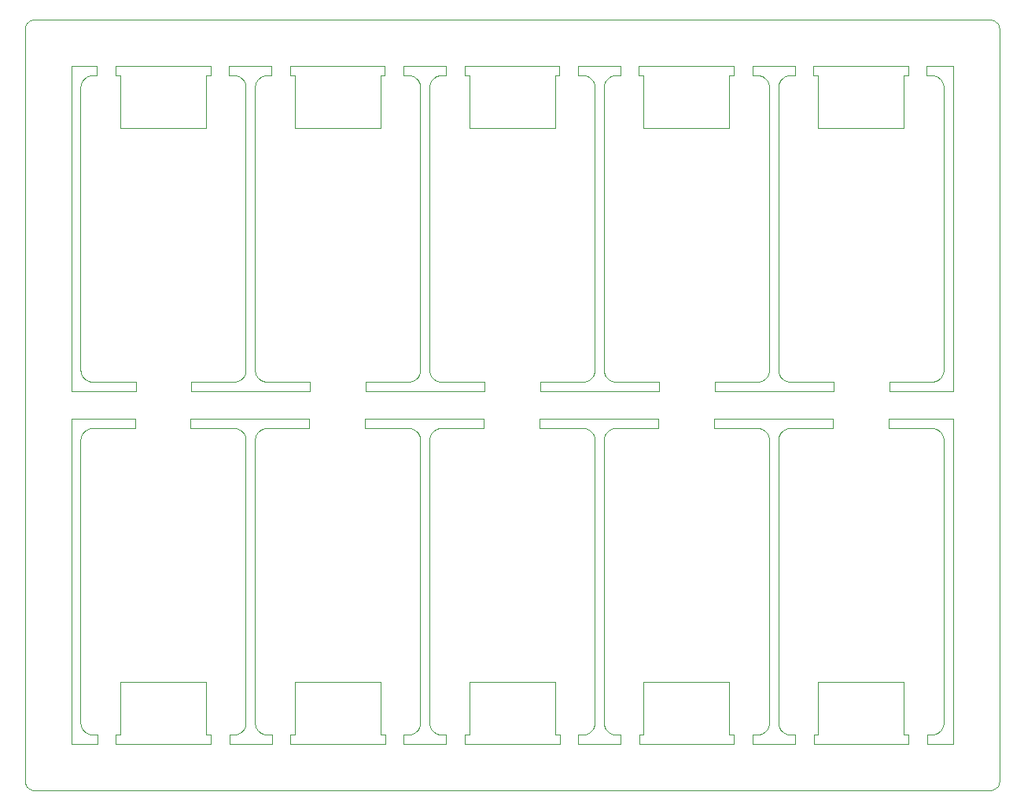
<source format=gbr>
%TF.GenerationSoftware,KiCad,Pcbnew,(6.0.7)*%
%TF.CreationDate,2022-09-17T18:54:00+02:00*%
%TF.ProjectId,panel,70616e65-6c2e-46b6-9963-61645f706362,rev1.0*%
%TF.SameCoordinates,Original*%
%TF.FileFunction,Profile,NP*%
%FSLAX46Y46*%
G04 Gerber Fmt 4.6, Leading zero omitted, Abs format (unit mm)*
G04 Created by KiCad (PCBNEW (6.0.7)) date 2022-09-17 18:54:00*
%MOMM*%
%LPD*%
G01*
G04 APERTURE LIST*
%TA.AperFunction,Profile*%
%ADD10C,0.100000*%
%TD*%
G04 APERTURE END LIST*
D10*
X58719579Y-53366333D02*
X58752221Y-53421784D01*
X94575510Y-53792369D02*
X94627374Y-53754285D01*
X22014350Y-92014003D02*
X22077686Y-92025354D01*
X38677076Y-59789167D02*
X38650212Y-59730699D01*
X40433666Y-91880420D02*
X40490699Y-91910211D01*
X96312221Y-59618215D02*
X96279579Y-59673666D01*
X119607106Y-97747106D02*
X119673010Y-97674393D01*
X89185000Y-59020000D02*
X89185000Y-58020000D01*
X38010831Y-53917076D02*
X38069300Y-53890211D01*
X38181784Y-91847778D02*
X38235510Y-91812369D01*
X93850000Y-21000000D02*
X93315000Y-21000000D01*
X21492625Y-53754285D02*
X21544489Y-53792369D01*
X94466333Y-53860420D02*
X94521784Y-53827778D01*
X94168328Y-59060541D02*
X94105649Y-59045996D01*
X113740420Y-91386333D02*
X113770212Y-91329300D01*
X76147778Y-21598215D02*
X76112369Y-21544489D01*
X39838243Y-91150191D02*
X39859054Y-91211077D01*
X21159579Y-21653666D02*
X21129787Y-21710699D01*
X59449808Y-53961757D02*
X59511671Y-53979458D01*
X37510000Y-54020000D02*
X37574324Y-54018369D01*
X113010191Y-53961756D02*
X113071077Y-53940945D01*
X113634285Y-91547374D02*
X113672369Y-91495510D01*
X56906333Y-21159579D02*
X56849300Y-21129788D01*
X77346515Y-60161516D02*
X77341630Y-60225675D01*
X57501757Y-91150191D02*
X57519458Y-91088328D01*
X39859054Y-53191077D02*
X39882923Y-53250832D01*
X36975000Y-21000000D02*
X36975000Y-20000000D01*
X76260945Y-21828922D02*
X76237076Y-21769168D01*
X21129788Y-59730699D02*
X21102923Y-59789168D01*
X75325649Y-92014003D02*
X75388328Y-91999458D01*
X58618243Y-59909808D02*
X58600542Y-59971671D01*
X56961784Y-53827778D02*
X57015510Y-53792369D01*
X113898369Y-22205675D02*
X113893484Y-22141516D01*
X76260945Y-59848922D02*
X76237076Y-59789167D01*
X78481516Y-21006515D02*
X78417686Y-21014645D01*
X113841756Y-53130191D02*
X113859457Y-53068328D01*
X77340000Y-22270000D02*
X77340000Y-52750000D01*
X78109168Y-59122923D02*
X78050699Y-59149788D01*
X25270000Y-21000000D02*
X24765000Y-21000000D01*
X56906333Y-91880420D02*
X56961784Y-91847778D01*
X51715000Y-55020000D02*
X51715000Y-54019999D01*
X76325354Y-90962313D02*
X76333484Y-90898483D01*
X59388922Y-91960945D02*
X59449808Y-91981756D01*
X38069300Y-59149787D02*
X38010832Y-59122923D01*
X37510000Y-21000000D02*
X36975000Y-21000000D01*
X38069300Y-91910212D02*
X38126333Y-91880420D01*
X93914324Y-59021629D02*
X93850000Y-59020000D01*
X119095090Y-98020785D02*
X119190284Y-97996940D01*
X75741784Y-53827778D02*
X75795510Y-53792369D01*
X58561629Y-52814324D02*
X58566515Y-52878483D01*
X57430211Y-53309300D02*
X57457076Y-53250831D01*
X113071077Y-53940945D02*
X113130831Y-53917076D01*
X40921516Y-21006515D02*
X40857686Y-21014645D01*
X75134324Y-59021629D02*
X75070000Y-59020000D01*
X59574350Y-21025996D02*
X59511671Y-21040541D01*
X113407374Y-53754285D02*
X113457243Y-53713622D01*
X96830699Y-91910211D02*
X96889168Y-91937076D01*
X96830699Y-59149788D02*
X96773666Y-59179579D01*
X79105000Y-20000000D02*
X79105000Y-21000000D01*
X77354645Y-22077686D02*
X77346515Y-22141516D01*
X34510000Y-26660000D02*
X25270000Y-26660000D01*
X76237076Y-59789167D02*
X76210212Y-59730699D01*
X77398243Y-59909808D02*
X77380542Y-59971671D01*
X113707778Y-59618215D02*
X113672369Y-59564489D01*
X24765000Y-21000000D02*
X24765000Y-20000000D01*
X77341629Y-52814324D02*
X77346515Y-52878483D01*
X76112369Y-21544489D02*
X76074285Y-21492625D01*
X78291671Y-21040541D02*
X78229808Y-21058242D01*
X81145000Y-92040000D02*
X81610000Y-92040000D01*
X94990212Y-59730699D02*
X94960420Y-59673666D01*
X95079458Y-59971671D02*
X95061757Y-59909808D01*
X38620420Y-21653666D02*
X38587778Y-21598215D01*
X76333484Y-22141516D02*
X76325354Y-22077686D01*
X94990212Y-91329300D02*
X95017076Y-91270832D01*
X40731671Y-53979458D02*
X40794350Y-53994003D01*
X59701516Y-21006515D02*
X59637686Y-21014645D01*
X38721756Y-53130191D02*
X38739457Y-53068328D01*
X78168922Y-21079054D02*
X78109167Y-21102923D01*
X38650211Y-21710699D02*
X38620420Y-21653666D01*
X93978483Y-59026515D02*
X93914324Y-59021629D01*
X93850000Y-92040000D02*
X93914324Y-92038370D01*
X57480945Y-59848922D02*
X57457076Y-59789167D01*
X39780000Y-60290000D02*
X39780000Y-90770000D01*
X51625000Y-58020000D02*
X64405000Y-58020000D01*
X78417686Y-59034645D02*
X78354350Y-59045996D01*
X94892369Y-91495510D02*
X94927778Y-91441784D01*
X77442923Y-53250832D02*
X77469787Y-53309300D01*
X113504987Y-53670486D02*
X113550486Y-53624987D01*
X113550487Y-91644988D02*
X113593623Y-91597243D01*
X58825714Y-53527374D02*
X58866376Y-53577243D01*
X38287374Y-91774285D02*
X38337243Y-91733623D01*
X94724988Y-91690487D02*
X94770487Y-91644988D01*
X76325354Y-22077686D02*
X76314003Y-22014350D01*
X72070000Y-26660000D02*
X62830000Y-26660000D01*
X57560000Y-60290000D02*
X57558370Y-60225675D01*
X59104489Y-91812369D02*
X59158215Y-91847778D01*
X77419054Y-91211077D02*
X77442923Y-91270831D01*
X58909513Y-59415012D02*
X58866377Y-59462756D01*
X59511671Y-91999457D02*
X59574350Y-92014003D01*
X89275000Y-55020000D02*
X89275000Y-54019999D01*
X21492625Y-59285714D02*
X21442756Y-59326377D01*
X75990487Y-59415011D02*
X75944988Y-59369512D01*
X21014645Y-22077686D02*
X21006515Y-22141516D01*
X40921516Y-59026515D02*
X40857686Y-59034645D01*
X96134645Y-60097686D02*
X96126515Y-60161516D01*
X97009808Y-53961757D02*
X97071671Y-53979458D01*
X38765354Y-90962313D02*
X38773484Y-90898483D01*
X38779999Y-90770000D02*
X38780000Y-60290000D01*
X21079054Y-53191077D02*
X21102923Y-53250832D01*
X21227630Y-91495510D02*
X21265714Y-91547374D01*
X96562756Y-53713623D02*
X96612625Y-53754285D01*
X77782756Y-59326377D02*
X77735012Y-59369513D01*
X96664489Y-21227630D02*
X96612625Y-21265714D01*
X97390000Y-59020000D02*
X97325675Y-59021630D01*
X57545354Y-90962313D02*
X57553484Y-90898483D01*
X113130831Y-21102923D02*
X113071077Y-21079054D01*
X77735012Y-59369513D02*
X77689513Y-59415012D01*
X95118369Y-52814324D02*
X95120000Y-52750000D01*
X75795510Y-91812369D02*
X75847374Y-91774285D01*
X112822313Y-59034645D02*
X112758483Y-59026515D01*
X75897243Y-59326376D02*
X75847374Y-59285714D01*
X77380541Y-21951671D02*
X77365996Y-22014350D01*
X94521784Y-91847778D02*
X94575510Y-91812369D01*
X57457076Y-91270832D02*
X57480945Y-91211077D01*
X94960420Y-21653666D02*
X94927778Y-21598215D01*
X77442923Y-59789168D02*
X77419054Y-59848922D01*
X113820945Y-91211077D02*
X113841757Y-91150191D01*
X75198483Y-92033484D02*
X75262313Y-92025354D01*
X56906333Y-53860420D02*
X56961784Y-53827778D01*
X97071671Y-91999457D02*
X97134350Y-92014003D01*
X56482313Y-54005354D02*
X56545649Y-53994003D01*
X59270699Y-59149788D02*
X59213666Y-59179579D01*
X113899999Y-90770000D02*
X113900000Y-60290000D01*
X113874003Y-53005649D02*
X113885354Y-52942313D01*
X94105649Y-59045996D02*
X94042313Y-59034645D01*
X38587778Y-91441784D02*
X38620420Y-91386333D01*
X94230191Y-21058243D02*
X94168328Y-21040542D01*
X95094003Y-60034350D02*
X95079458Y-59971671D01*
X34975000Y-21000000D02*
X34510000Y-21000000D01*
X77884489Y-59247630D02*
X77832625Y-59285714D01*
X22270000Y-21000000D02*
X22205675Y-21001629D01*
X59052625Y-21265714D02*
X59002756Y-21306376D01*
X96249788Y-59730699D02*
X96222923Y-59789168D01*
X40985675Y-92038369D02*
X41050000Y-92040000D01*
X78109168Y-91937076D02*
X78168922Y-91960945D01*
X21079054Y-91211077D02*
X21102923Y-91270831D01*
X45715000Y-54019999D02*
X45715000Y-55020000D01*
X58662923Y-59789168D02*
X58639054Y-59848922D01*
X119731469Y-15444429D02*
X119673010Y-15365606D01*
X37702313Y-59034645D02*
X37638483Y-59026515D01*
X25270000Y-26660000D02*
X25270000Y-21000000D01*
X113189300Y-59149787D02*
X113130832Y-59122923D01*
X78291671Y-91999457D02*
X78354350Y-92014003D01*
X40608922Y-91960945D02*
X40669808Y-91981756D01*
X94042313Y-21014645D02*
X93978483Y-21006515D01*
X38650212Y-59730699D02*
X38620420Y-59673666D01*
X77469787Y-21710699D02*
X77442923Y-21769167D01*
X57560000Y-22270000D02*
X57558369Y-22205675D01*
X77340000Y-90770000D02*
X77341630Y-90834324D01*
X96120000Y-52750000D02*
X96121629Y-52814324D01*
X21951671Y-91999457D02*
X22014350Y-92014003D01*
X94291077Y-53940945D02*
X94350831Y-53917076D01*
X119781921Y-97511396D02*
X119823879Y-97422683D01*
X39972221Y-21598215D02*
X39939579Y-21653666D01*
X38754003Y-22014350D02*
X38739457Y-21951671D01*
X40549167Y-53917076D02*
X40608922Y-53940945D01*
X90850000Y-21000000D02*
X90850000Y-26660000D01*
X77567630Y-91495510D02*
X77605714Y-91547374D01*
X77567630Y-53475510D02*
X77605714Y-53527374D01*
X96773666Y-53860420D02*
X96830699Y-53890212D01*
X76260945Y-91211077D02*
X76281757Y-91150191D01*
X96120000Y-60290000D02*
X96120000Y-90770000D01*
X39786515Y-52878483D02*
X39794645Y-52942313D01*
X118998017Y-15004815D02*
X118900000Y-15000000D01*
X94770487Y-91644988D02*
X94813623Y-91597243D01*
X57560000Y-52750000D02*
X57560000Y-22270000D01*
X96718215Y-21192221D02*
X96664489Y-21227630D01*
X56418483Y-21006515D02*
X56354324Y-21001630D01*
X38337243Y-53713622D02*
X38384987Y-53670486D01*
X40045714Y-91547374D02*
X40086377Y-91597243D01*
X112758483Y-21006515D02*
X112694324Y-21001630D01*
X59701516Y-92033484D02*
X59765675Y-92038369D01*
X39972221Y-91441784D02*
X40007630Y-91495510D01*
X38473622Y-21442756D02*
X38430486Y-21395012D01*
X21544489Y-59247630D02*
X21492625Y-59285714D01*
X38287374Y-21265714D02*
X38235510Y-21227630D01*
X94466333Y-91880420D02*
X94521784Y-91847778D01*
X37828328Y-21040542D02*
X37765649Y-21025996D01*
X21265714Y-21492625D02*
X21227630Y-21544489D01*
X76033623Y-91597243D02*
X76074285Y-91547374D01*
X60365000Y-93040000D02*
X55795000Y-93040000D01*
X43545000Y-20000000D02*
X53755000Y-20000000D01*
X112948328Y-53979457D02*
X113010191Y-53961756D01*
X75511077Y-21079054D02*
X75450191Y-21058243D01*
X96121630Y-60225675D02*
X96120000Y-60290000D01*
X113770211Y-53309300D02*
X113797076Y-53250831D01*
X58561629Y-22205675D02*
X58560000Y-22270000D01*
X53290000Y-26660000D02*
X44050000Y-26660000D01*
X40222756Y-21306376D02*
X40175011Y-21349512D01*
X77499579Y-59673666D02*
X77469788Y-59730699D01*
X94770486Y-21395012D02*
X94724987Y-21349513D01*
X38181784Y-59212221D02*
X38126333Y-59179579D01*
X58909513Y-91644987D02*
X58955012Y-91690486D01*
X77442923Y-91270831D02*
X77469788Y-91329300D01*
X58752221Y-21598215D02*
X58719579Y-21653666D01*
X114900000Y-58020000D02*
X114900000Y-93040000D01*
X113841757Y-91150191D02*
X113859458Y-91088328D01*
X24805000Y-93040000D02*
X24805000Y-92040000D01*
X21544489Y-53792369D02*
X21598215Y-53827778D01*
X38677076Y-21769168D02*
X38650211Y-21710699D01*
X100390000Y-86380000D02*
X109630000Y-86380000D01*
X39780000Y-22270000D02*
X39780000Y-52750000D01*
X96426377Y-91597243D02*
X96469513Y-91644987D01*
X77567630Y-59564489D02*
X77532221Y-59618215D01*
X112885649Y-59045996D02*
X112822313Y-59034645D01*
X58585996Y-53005649D02*
X58600541Y-53068328D01*
X38384988Y-59369512D02*
X38337243Y-59326376D01*
X21598215Y-91847778D02*
X21653666Y-91880420D01*
X112630000Y-21000000D02*
X112095000Y-21000000D01*
X40669808Y-21058242D02*
X40608922Y-21079054D01*
X113130832Y-91937076D02*
X113189300Y-91910212D01*
X37638483Y-21006515D02*
X37574324Y-21001630D01*
X15528603Y-97921921D02*
X15617316Y-97963879D01*
X43545000Y-21000000D02*
X43545000Y-20000000D01*
X58955011Y-21349512D02*
X58909512Y-21395011D01*
X77605714Y-53527374D02*
X77646376Y-53577243D01*
X76147778Y-53421784D02*
X76180420Y-53366333D01*
X37890191Y-53961756D02*
X37951077Y-53940945D01*
X38514285Y-59512625D02*
X38473623Y-59462756D01*
X113246333Y-59179579D02*
X113189300Y-59149787D01*
X56790832Y-91937076D02*
X56849300Y-91910212D01*
X56545649Y-21025996D02*
X56482313Y-21014645D01*
X21006515Y-52878483D02*
X21014645Y-52942313D01*
X15709715Y-97996940D02*
X15804909Y-98020785D01*
X75511077Y-59099054D02*
X75450191Y-59078242D01*
X59213666Y-91880420D02*
X59270699Y-91910211D01*
X37574324Y-21001630D02*
X37510000Y-21000000D01*
X96121630Y-90834324D02*
X96126515Y-90898483D01*
X113010191Y-59078242D02*
X112948328Y-59060541D01*
X41545000Y-20000000D02*
X41545000Y-21000000D01*
X75686333Y-53860420D02*
X75741784Y-53827778D01*
X21598215Y-59212221D02*
X21544489Y-59247630D01*
X44050000Y-92040000D02*
X44050000Y-86380000D01*
X22077686Y-59034645D02*
X22014350Y-59045996D01*
X78050699Y-91910211D02*
X78109168Y-91937076D01*
X96515011Y-53670487D02*
X96562756Y-53713623D01*
X38700945Y-21828922D02*
X38677076Y-21769168D01*
X58719579Y-21653666D02*
X58689787Y-21710699D01*
X76180420Y-21653666D02*
X76147778Y-21598215D01*
X15000000Y-97040000D02*
X15004815Y-97138017D01*
X96160541Y-53068328D02*
X96178242Y-53130191D01*
X39794645Y-52942313D02*
X39805996Y-53005649D01*
X95040945Y-53191077D02*
X95061756Y-53130191D01*
X56731077Y-91960945D02*
X56790832Y-91937076D01*
X57430211Y-21710699D02*
X57400420Y-21653666D01*
X37702313Y-92025354D02*
X37765649Y-92014003D01*
X113634285Y-53527374D02*
X113672369Y-53475510D01*
X15076120Y-15617316D02*
X15043059Y-15709715D01*
X97134350Y-21025996D02*
X97071671Y-21040541D01*
X59765675Y-21001629D02*
X59701516Y-21006515D01*
X75629300Y-21129788D02*
X75570831Y-21102923D01*
X79105000Y-21000000D02*
X78610000Y-21000000D01*
X40490699Y-53890212D02*
X40549167Y-53917076D01*
X59388922Y-53940945D02*
X59449808Y-53961757D01*
X21129787Y-21710699D02*
X21102923Y-21769167D01*
X38620420Y-59673666D02*
X38587778Y-59618215D01*
X78229808Y-91981756D02*
X78291671Y-91999457D01*
X77419054Y-21828922D02*
X77398242Y-21889808D01*
X38337243Y-59326376D02*
X38287374Y-59285714D01*
X78417686Y-54005354D02*
X78481516Y-54013484D01*
X97390000Y-54019999D02*
X102055000Y-54019999D01*
X59830000Y-59020000D02*
X59765675Y-59021630D01*
X41050000Y-59020000D02*
X40985675Y-59021630D01*
X58566515Y-90898483D02*
X58574645Y-90962313D01*
X101965000Y-59020000D02*
X97390000Y-59020000D01*
X113740420Y-53366333D02*
X113770211Y-53309300D01*
X96889168Y-91937076D02*
X96948922Y-91960945D01*
X113010191Y-21058243D02*
X112948328Y-21040542D01*
X112758483Y-92033484D02*
X112822313Y-92025354D01*
X75686333Y-59179579D02*
X75629300Y-59149787D01*
X76340000Y-22270000D02*
X76338369Y-22205675D01*
X21492625Y-21265714D02*
X21442756Y-21306376D01*
X94350831Y-53917076D02*
X94409300Y-53890211D01*
X97134350Y-59045996D02*
X97071671Y-59060542D01*
X37702313Y-21014645D02*
X37638483Y-21006515D01*
X21025996Y-53005649D02*
X21040541Y-53068328D01*
X78050699Y-53890212D02*
X78109167Y-53917076D01*
X59329168Y-91937076D02*
X59388922Y-91960945D01*
X96889167Y-21102923D02*
X96830699Y-21129787D01*
X96426377Y-59462756D02*
X96385714Y-59512625D01*
X110095000Y-20000000D02*
X110095000Y-21000000D01*
X119900000Y-16000000D02*
X119895184Y-15901982D01*
X96249787Y-53309300D02*
X96279579Y-53366333D01*
X76333484Y-60161516D02*
X76325354Y-60097686D01*
X97925000Y-93040000D02*
X93355000Y-93040000D01*
X96948922Y-53940945D02*
X97009808Y-53961757D01*
X77646377Y-59462756D02*
X77605714Y-59512625D01*
X94230191Y-91981757D02*
X94291077Y-91960945D01*
X113593622Y-53577243D02*
X113634285Y-53527374D01*
X53290000Y-92040000D02*
X53795000Y-92040000D01*
X58866377Y-91597243D02*
X58909513Y-91644987D01*
X59158215Y-59212221D02*
X59104489Y-59247630D01*
X96199054Y-21828922D02*
X96178242Y-21889808D01*
X40175011Y-21349512D02*
X40129512Y-21395011D01*
X95105354Y-52942313D02*
X95113484Y-52878483D01*
X77605714Y-21492625D02*
X77567630Y-21544489D01*
X15365606Y-97813010D02*
X15444429Y-97871469D01*
X97071671Y-59060542D02*
X97009808Y-59078243D01*
X58689787Y-53309300D02*
X58719579Y-53366333D01*
X95040945Y-59848922D02*
X95017076Y-59789167D01*
X76325354Y-60097686D02*
X76314003Y-60034350D01*
X95079458Y-91088328D02*
X95094003Y-91025649D01*
X21014645Y-60097686D02*
X21006515Y-60161516D01*
X58689788Y-91329300D02*
X58719579Y-91386333D01*
X24805000Y-92040000D02*
X25270000Y-92040000D01*
X38552369Y-53475510D02*
X38587778Y-53421784D01*
X89185000Y-58020000D02*
X101965000Y-58020000D01*
X93914324Y-54018369D02*
X93978483Y-54013484D01*
X77689513Y-91644987D02*
X77735012Y-91690486D01*
X21492625Y-91774285D02*
X21544489Y-91812369D01*
X119823879Y-15617316D02*
X119781921Y-15528603D01*
X56670191Y-91981757D02*
X56731077Y-91960945D01*
X78291671Y-53979458D02*
X78354350Y-53994003D01*
X113071077Y-59099054D02*
X113010191Y-59078242D01*
X96312221Y-91441784D02*
X96347630Y-91495510D01*
X15617316Y-15076120D02*
X15528603Y-15118078D01*
X21265714Y-91547374D02*
X21306377Y-91597243D01*
X96515012Y-91690486D02*
X96562756Y-91733622D01*
X37574324Y-92038370D02*
X37638483Y-92033484D01*
X37574324Y-54018369D02*
X37638483Y-54013484D01*
X76299458Y-91088328D02*
X76314003Y-91025649D01*
X58825714Y-91547374D02*
X58866377Y-91597243D01*
X22805000Y-93040000D02*
X20000000Y-93040000D01*
X97009808Y-59078243D02*
X96948922Y-59099054D01*
X113593623Y-59462756D02*
X113550487Y-59415011D01*
X77646376Y-21442756D02*
X77605714Y-21492625D01*
X113885354Y-90962313D02*
X113893484Y-90898483D01*
X38765354Y-22077686D02*
X38754003Y-22014350D01*
X44050000Y-26660000D02*
X44050000Y-21000000D01*
X95079457Y-53068328D02*
X95094003Y-53005649D01*
X78229808Y-21058242D02*
X78168922Y-21079054D01*
X21040542Y-91088328D02*
X21058243Y-91150191D01*
X21951671Y-21040541D02*
X21889808Y-21058242D01*
X96773666Y-21159579D02*
X96718215Y-21192221D01*
X22141516Y-92033484D02*
X22205675Y-92038369D01*
X37638483Y-54013484D02*
X37702313Y-54005354D01*
X21395012Y-91690486D02*
X21442756Y-91733622D01*
X53755000Y-20000000D02*
X53755000Y-21000000D01*
X94627374Y-53754285D02*
X94677243Y-53713622D01*
X21710699Y-21129787D02*
X21653666Y-21159579D01*
X15617316Y-97963879D02*
X15709715Y-97996940D01*
X119190284Y-15043059D02*
X119095090Y-15019214D01*
X94892369Y-21544489D02*
X94854285Y-21492625D01*
X77346515Y-52878483D02*
X77354645Y-52942313D01*
X38773484Y-90898483D02*
X38778370Y-90834324D01*
X113740420Y-59673666D02*
X113707778Y-59618215D01*
X57553484Y-60161516D02*
X57545354Y-60097686D01*
X38069300Y-21129788D02*
X38010831Y-21102923D01*
X119282683Y-97963879D02*
X119371396Y-97921921D01*
X38620420Y-91386333D02*
X38650212Y-91329300D01*
X96160541Y-21951671D02*
X96145996Y-22014350D01*
X96515012Y-59369513D02*
X96469513Y-59415012D01*
X38181784Y-53827778D02*
X38235510Y-53792369D01*
X95017076Y-21769168D02*
X94990211Y-21710699D01*
X96121629Y-52814324D02*
X96126515Y-52878483D01*
X37765649Y-53994003D02*
X37828328Y-53979457D01*
X59388922Y-59099054D02*
X59329168Y-59122923D01*
X57545354Y-52942313D02*
X57553484Y-52878483D01*
X96222923Y-59789168D02*
X96199054Y-59848922D01*
X76033623Y-59462756D02*
X75990487Y-59415011D01*
X58955012Y-59369513D02*
X58909513Y-59415012D01*
X75388328Y-21040542D02*
X75325649Y-21025996D01*
X21192221Y-91441784D02*
X21227630Y-91495510D01*
X38384987Y-53670486D02*
X38430486Y-53624987D01*
X56418483Y-59026515D02*
X56354324Y-59021629D01*
X39838242Y-21889808D02*
X39820541Y-21951671D01*
X57332369Y-91495510D02*
X57367778Y-91441784D01*
X21014645Y-90962313D02*
X21025996Y-91025649D01*
X96830699Y-21129787D02*
X96773666Y-21159579D01*
X76339999Y-90770000D02*
X76340000Y-60290000D01*
X21058243Y-91150191D02*
X21079054Y-91211077D01*
X38552369Y-91495510D02*
X38587778Y-91441784D01*
X22765000Y-21000000D02*
X22270000Y-21000000D01*
X110135000Y-92040000D02*
X110135000Y-93040000D01*
X38721757Y-91150191D02*
X38739458Y-91088328D01*
X15999999Y-98040000D02*
X118900000Y-98040000D01*
X93315000Y-20000000D02*
X97885000Y-20000000D01*
X113672369Y-59564489D02*
X113634285Y-59512625D01*
X113874003Y-91025649D02*
X113885354Y-90962313D01*
X113874003Y-60034350D02*
X113859458Y-59971671D01*
X38514285Y-53527374D02*
X38552369Y-53475510D01*
X75629300Y-91910212D02*
X75686333Y-91880420D01*
X15444429Y-15168530D02*
X15365606Y-15226989D01*
X57430212Y-59730699D02*
X57400420Y-59673666D01*
X40549168Y-91937076D02*
X40608922Y-91960945D01*
X77341630Y-60225675D02*
X77340000Y-60290000D01*
X83185000Y-59020000D02*
X78610000Y-59020000D01*
X21653666Y-91880420D02*
X21710699Y-91910211D01*
X112822313Y-21014645D02*
X112758483Y-21006515D01*
X94168328Y-53979457D02*
X94230191Y-53961756D01*
X58787630Y-53475510D02*
X58825714Y-53527374D01*
X38430486Y-21395012D02*
X38384987Y-21349513D01*
X95113484Y-60161516D02*
X95105354Y-60097686D01*
X78417686Y-21014645D02*
X78354350Y-21025996D01*
X77832625Y-59285714D02*
X77782756Y-59326377D01*
X21227630Y-21544489D02*
X21192221Y-21598215D01*
X21442756Y-59326377D02*
X21395012Y-59369513D01*
X40272625Y-53754285D02*
X40324489Y-53792369D01*
X77689512Y-53624988D02*
X77735011Y-53670487D01*
X15019214Y-97235090D02*
X15043059Y-97330284D01*
X15043059Y-15709715D02*
X15019214Y-15804909D01*
X57253623Y-91597243D02*
X57294285Y-91547374D01*
X78050699Y-21129787D02*
X77993666Y-21159579D01*
X56670191Y-21058243D02*
X56608328Y-21040542D01*
X57332369Y-59564489D02*
X57294285Y-59512625D01*
X96249788Y-91329300D02*
X96279579Y-91386333D01*
X113130832Y-59122923D02*
X113071077Y-59099054D01*
X95061757Y-91150191D02*
X95079458Y-91088328D01*
X77398243Y-91150191D02*
X77419054Y-91211077D01*
X15804909Y-98020785D02*
X15901982Y-98035184D01*
X39909787Y-21710699D02*
X39882923Y-21769167D01*
X72575000Y-93040000D02*
X62365000Y-93040000D01*
X77499579Y-21653666D02*
X77469787Y-21710699D01*
X75262313Y-92025354D02*
X75325649Y-92014003D01*
X119673010Y-15365606D02*
X119607106Y-15292893D01*
X76314003Y-60034350D02*
X76299458Y-59971671D01*
X96830699Y-53890212D02*
X96889167Y-53917076D01*
X59701516Y-59026515D02*
X59637686Y-59034645D01*
X77884489Y-91812369D02*
X77938215Y-91847778D01*
X108055000Y-54019999D02*
X112630000Y-54020000D01*
X57519457Y-53068328D02*
X57534003Y-53005649D01*
X77832625Y-21265714D02*
X77782756Y-21306376D01*
X57164988Y-59369512D02*
X57117243Y-59326376D01*
X40045714Y-53527374D02*
X40086376Y-53577243D01*
X56670191Y-59078242D02*
X56608328Y-59060541D01*
X58561630Y-60225675D02*
X58560000Y-60290000D01*
X56354324Y-59021629D02*
X56290000Y-59020000D01*
X56670191Y-53961756D02*
X56731077Y-53940945D01*
X113672369Y-53475510D02*
X113707778Y-53421784D01*
X39820542Y-91088328D02*
X39838243Y-91150191D01*
X39780000Y-90770000D02*
X39781630Y-90834324D01*
X21129787Y-53309300D02*
X21159579Y-53366333D01*
X22141516Y-21006515D02*
X22077686Y-21014645D01*
X57559999Y-90770000D02*
X57560000Y-60290000D01*
X15901982Y-15004815D02*
X15804909Y-15019214D01*
X96718215Y-53827778D02*
X96773666Y-53860420D01*
X77380542Y-91088328D02*
X77398243Y-91150191D01*
X34510000Y-92040000D02*
X35015000Y-92040000D01*
X76340000Y-60290000D02*
X76338370Y-60225675D01*
X40794350Y-53994003D02*
X40857686Y-54005354D01*
X21227630Y-53475510D02*
X21265714Y-53527374D01*
X34510000Y-21000000D02*
X34510000Y-26660000D01*
X58618242Y-53130191D02*
X58639054Y-53191077D01*
X97390000Y-21000000D02*
X97325675Y-21001629D01*
X119371396Y-97921921D02*
X119455570Y-97871469D01*
X95017076Y-91270832D02*
X95040945Y-91211077D01*
X113672369Y-21544489D02*
X113634285Y-21492625D01*
X59052625Y-59285714D02*
X59002756Y-59326377D01*
X94990211Y-21710699D02*
X94960420Y-21653666D01*
X76299458Y-59971671D02*
X76281757Y-59909808D01*
X21025996Y-91025649D02*
X21040542Y-91088328D01*
X39805996Y-22014350D02*
X39794645Y-22077686D01*
X21769168Y-59122923D02*
X21710699Y-59149788D01*
X96385714Y-59512625D02*
X96347630Y-59564489D01*
X39882923Y-53250832D02*
X39909787Y-53309300D01*
X113740420Y-21653666D02*
X113707778Y-21598215D01*
X113820945Y-21828922D02*
X113797076Y-21769168D01*
X78610000Y-21000000D02*
X78545675Y-21001629D01*
X77532221Y-53421784D02*
X77567630Y-53475510D01*
X77605714Y-91547374D02*
X77646377Y-91597243D01*
X38778370Y-90834324D02*
X38779999Y-90770000D01*
X58689788Y-59730699D02*
X58662923Y-59789168D01*
X94677243Y-91733623D02*
X94724988Y-91690487D01*
X38587778Y-21598215D02*
X38552369Y-21544489D01*
X40794350Y-59045996D02*
X40731671Y-59060542D01*
X39838242Y-53130191D02*
X39859054Y-53191077D01*
X21006515Y-60161516D02*
X21001630Y-60225675D01*
X38430486Y-53624987D02*
X38473622Y-53577243D01*
X38430487Y-59415011D02*
X38384988Y-59369512D01*
X38765354Y-52942313D02*
X38773484Y-52878483D01*
X37765649Y-59045996D02*
X37702313Y-59034645D01*
X112135000Y-92040000D02*
X112630000Y-92040000D01*
X56731077Y-53940945D02*
X56790831Y-53917076D01*
X15118078Y-15528603D02*
X15076120Y-15617316D01*
X21395012Y-59369513D02*
X21349513Y-59415012D01*
X59449808Y-91981756D02*
X59511671Y-91999457D01*
X38700945Y-53191077D02*
X38721756Y-53130191D01*
X93850000Y-54020000D02*
X93914324Y-54018369D01*
X100390000Y-26660000D02*
X100390000Y-21000000D01*
X21951671Y-59060542D02*
X21889808Y-59078243D01*
X77354645Y-52942313D02*
X77365996Y-53005649D01*
X22205675Y-92038369D02*
X22270000Y-92040000D01*
X22014350Y-59045996D02*
X21951671Y-59060542D01*
X22805000Y-92040000D02*
X22805000Y-93040000D01*
X57253622Y-53577243D02*
X57294285Y-53527374D01*
X107965000Y-58020000D02*
X114900000Y-58020000D01*
X94677243Y-59326376D02*
X94627374Y-59285714D01*
X56790831Y-21102923D02*
X56731077Y-21079054D01*
X39939579Y-21653666D02*
X39909787Y-21710699D01*
X59574350Y-53994003D02*
X59637686Y-54005354D01*
X59002756Y-53713623D02*
X59052625Y-53754285D01*
X94350832Y-91937076D02*
X94409300Y-91910212D01*
X96199054Y-59848922D02*
X96178243Y-59909808D01*
X113859457Y-53068328D02*
X113874003Y-53005649D01*
X89275000Y-54019999D02*
X93850000Y-54020000D01*
X94892369Y-59564489D02*
X94854285Y-59512625D01*
X112694324Y-54018369D02*
X112758483Y-54013484D01*
X96126515Y-90898483D02*
X96134645Y-90962313D01*
X56790831Y-53917076D02*
X56849300Y-53890211D01*
X96178243Y-59909808D02*
X96160542Y-59971671D01*
X94813622Y-21442756D02*
X94770486Y-21395012D01*
X37574324Y-59021629D02*
X37510000Y-59020000D01*
X75686333Y-91880420D02*
X75741784Y-91847778D01*
X40608922Y-59099054D02*
X40549168Y-59122923D01*
X38754003Y-91025649D02*
X38765354Y-90962313D01*
X96889167Y-53917076D02*
X96948922Y-53940945D01*
X94105649Y-53994003D02*
X94168328Y-53979457D01*
X97325675Y-21001629D02*
X97261516Y-21006515D01*
X75388328Y-53979457D02*
X75450191Y-53961756D01*
X58560000Y-90770000D02*
X58561630Y-90834324D01*
X37638483Y-59026515D02*
X37574324Y-59021629D01*
X53795000Y-93040000D02*
X43585000Y-93040000D01*
X21889808Y-53961757D02*
X21951671Y-53979458D01*
X21653666Y-53860420D02*
X21710699Y-53890212D01*
X56354324Y-21001630D02*
X56290000Y-21000000D01*
X76237076Y-91270832D02*
X76260945Y-91211077D01*
X78168922Y-59099054D02*
X78109168Y-59122923D01*
X78610000Y-54019999D02*
X83275000Y-54019999D01*
X21000000Y-22270000D02*
X21000000Y-52750000D01*
X77938215Y-59212221D02*
X77884489Y-59247630D01*
X75511077Y-53940945D02*
X75570831Y-53917076D01*
X40731671Y-59060542D02*
X40669808Y-59078243D01*
X97925000Y-92040000D02*
X97925000Y-93040000D01*
X77532221Y-21598215D02*
X77499579Y-21653666D01*
X21653666Y-21159579D02*
X21598215Y-21192221D01*
X94291077Y-91960945D02*
X94350832Y-91937076D01*
X78481516Y-54013484D02*
X78545675Y-54018370D01*
X75325649Y-21025996D02*
X75262313Y-21014645D01*
X75847374Y-59285714D02*
X75795510Y-59247630D01*
X113770212Y-91329300D02*
X113797076Y-91270832D01*
X38780000Y-52750000D02*
X38780000Y-22270000D01*
X40378215Y-53827778D02*
X40433666Y-53860420D01*
X39794645Y-22077686D02*
X39786515Y-22141516D01*
X113797076Y-59789167D02*
X113770212Y-59730699D01*
X57501757Y-59909808D02*
X57480945Y-59848922D01*
X21159579Y-53366333D02*
X21192221Y-53421784D01*
X95079457Y-21951671D02*
X95061756Y-21889808D01*
X15528603Y-15118078D02*
X15444429Y-15168530D01*
X94521784Y-53827778D02*
X94575510Y-53792369D01*
X96126515Y-52878483D02*
X96134645Y-52942313D01*
X75629300Y-53890211D02*
X75686333Y-53860420D01*
X94042313Y-92025354D02*
X94105649Y-92014003D01*
X59002756Y-59326377D02*
X58955012Y-59369513D01*
X57253622Y-21442756D02*
X57210486Y-21395012D01*
X57480945Y-21828922D02*
X57457076Y-21769168D01*
X58825714Y-21492625D02*
X58787630Y-21544489D01*
X56354324Y-92038370D02*
X56418483Y-92033484D01*
X95094003Y-22014350D02*
X95079457Y-21951671D01*
X77469788Y-59730699D02*
X77442923Y-59789168D01*
X59574350Y-92014003D02*
X59637686Y-92025354D01*
X97197686Y-54005354D02*
X97261516Y-54013484D01*
X83275000Y-55020000D02*
X70495000Y-55020000D01*
X119534393Y-97813010D02*
X119607106Y-97747106D01*
X113504988Y-59369512D02*
X113457243Y-59326376D01*
X37015000Y-93040000D02*
X37015000Y-92040000D01*
X15709715Y-15043059D02*
X15617316Y-15076120D01*
X38739457Y-53068328D02*
X38754003Y-53005649D01*
X76180420Y-91386333D02*
X76210212Y-91329300D01*
X95061756Y-53130191D02*
X95079457Y-53068328D01*
X94927778Y-91441784D02*
X94960420Y-91386333D01*
X78109167Y-53917076D02*
X78168922Y-53940945D01*
X77398242Y-53130191D02*
X77419054Y-53191077D01*
X40175012Y-59369513D02*
X40129513Y-59415012D01*
X112630000Y-54020000D02*
X112694324Y-54018369D01*
X40129513Y-91644987D02*
X40175012Y-91690486D01*
X96121629Y-22205675D02*
X96120000Y-22270000D01*
X39859054Y-91211077D02*
X39882923Y-91270831D01*
X39805996Y-60034350D02*
X39794645Y-60097686D01*
X94409300Y-53890211D02*
X94466333Y-53860420D01*
X40086377Y-91597243D02*
X40129513Y-91644987D01*
X118998017Y-98035184D02*
X119095090Y-98020785D01*
X38337243Y-91733623D02*
X38384988Y-91690487D01*
X113407374Y-21265714D02*
X113355510Y-21227630D01*
X77735011Y-53670487D02*
X77782756Y-53713623D01*
X96222923Y-53250832D02*
X96249787Y-53309300D01*
X75070000Y-59020000D02*
X70405000Y-59020000D01*
X75511077Y-91960945D02*
X75570832Y-91937076D01*
X56545649Y-53994003D02*
X56608328Y-53979457D01*
X60325000Y-21000000D02*
X59830000Y-21000000D01*
X94813623Y-91597243D02*
X94854285Y-91547374D01*
X21442756Y-21306376D02*
X21395011Y-21349512D01*
X79145000Y-93040000D02*
X74575000Y-93040000D01*
X57457076Y-53250831D02*
X57480945Y-53191077D01*
X40086376Y-21442756D02*
X40045714Y-21492625D01*
X62325000Y-21000000D02*
X62325000Y-20000000D01*
X22765000Y-20000000D02*
X22765000Y-21000000D01*
X76333484Y-52878483D02*
X76338369Y-52814324D01*
X75388328Y-91999458D02*
X75450191Y-91981757D01*
X38473623Y-59462756D02*
X38430487Y-59415011D01*
X96515011Y-21349512D02*
X96469512Y-21395011D01*
X94042313Y-54005354D02*
X94105649Y-53994003D01*
X59270699Y-21129787D02*
X59213666Y-21159579D01*
X97885000Y-21000000D02*
X97390000Y-21000000D01*
X112948328Y-59060541D02*
X112885649Y-59045996D01*
X76260945Y-53191077D02*
X76281756Y-53130191D01*
X95040945Y-21828922D02*
X95017076Y-21769168D01*
X58866377Y-59462756D02*
X58825714Y-59512625D01*
X77354645Y-60097686D02*
X77346515Y-60161516D01*
X56608328Y-59060541D02*
X56545649Y-59045996D01*
X112885649Y-53994003D02*
X112948328Y-53979457D01*
X59765675Y-92038369D02*
X59830000Y-92040000D01*
X57015510Y-91812369D02*
X57067374Y-91774285D01*
X112135000Y-93040000D02*
X112135000Y-92040000D01*
X56849300Y-91910212D02*
X56906333Y-91880420D01*
X57067374Y-53754285D02*
X57117243Y-53713622D01*
X21889808Y-21058242D02*
X21828922Y-21079054D01*
X77532221Y-59618215D02*
X77499579Y-59673666D01*
X113355510Y-53792369D02*
X113407374Y-53754285D01*
X76281756Y-53130191D02*
X76299457Y-53068328D01*
X76180420Y-59673666D02*
X76147778Y-59618215D01*
X77499579Y-91386333D02*
X77532221Y-91441784D01*
X59765675Y-59021630D02*
X59701516Y-59026515D01*
X38780000Y-22270000D02*
X38778369Y-22205675D01*
X38700945Y-91211077D02*
X38721757Y-91150191D01*
X56961784Y-59212221D02*
X56906333Y-59179579D01*
X58600542Y-59971671D02*
X58585996Y-60034350D01*
X64405000Y-59020000D02*
X59830000Y-59020000D01*
X21306377Y-59462756D02*
X21265714Y-59512625D01*
X38754003Y-53005649D02*
X38765354Y-52942313D01*
X37510000Y-59020000D02*
X32845000Y-59020000D01*
X37951077Y-91960945D02*
X38010832Y-91937076D01*
X96718215Y-59212221D02*
X96664489Y-59247630D01*
X96249787Y-21710699D02*
X96222923Y-21769167D01*
X96385714Y-91547374D02*
X96426377Y-91597243D01*
X76338369Y-52814324D02*
X76340000Y-52750000D01*
X78545675Y-92038369D02*
X78610000Y-92040000D01*
X78354350Y-53994003D02*
X78417686Y-54005354D01*
X57210486Y-21395012D02*
X57164987Y-21349513D01*
X114900000Y-93040000D02*
X112135000Y-93040000D01*
X94960420Y-59673666D02*
X94927778Y-59618215D01*
X38126333Y-59179579D02*
X38069300Y-59149787D01*
X119673010Y-97674393D02*
X119731469Y-97595570D01*
X94409300Y-91910212D02*
X94466333Y-91880420D01*
X40857686Y-21014645D02*
X40794350Y-21025996D01*
X94521784Y-59212221D02*
X94466333Y-59179579D01*
X81610000Y-86380000D02*
X90850000Y-86380000D01*
X21769168Y-91937076D02*
X21828922Y-91960945D01*
X56482313Y-92025354D02*
X56545649Y-92014003D01*
X40490699Y-21129787D02*
X40433666Y-21159579D01*
X57164988Y-91690487D02*
X57210487Y-91644988D01*
X94627374Y-21265714D02*
X94575510Y-21227630D01*
X93978483Y-54013484D02*
X94042313Y-54005354D01*
X38010832Y-59122923D02*
X37951077Y-59099054D01*
X77354645Y-90962313D02*
X77365996Y-91025649D01*
X59637686Y-21014645D02*
X59574350Y-21025996D01*
X76112369Y-53475510D02*
X76147778Y-53421784D01*
X38181784Y-21192221D02*
X38126333Y-21159579D01*
X58566515Y-60161516D02*
X58561630Y-60225675D01*
X112758483Y-54013484D02*
X112822313Y-54005354D01*
X97134350Y-92014003D02*
X97197686Y-92025354D01*
X40222756Y-53713623D02*
X40272625Y-53754285D01*
X21710699Y-91910211D02*
X21769168Y-91937076D01*
X94927778Y-59618215D02*
X94892369Y-59564489D01*
X38287374Y-53754285D02*
X38337243Y-53713622D01*
X113841757Y-59909808D02*
X113820945Y-59848922D01*
X78354350Y-59045996D02*
X78291671Y-59060542D01*
X96134645Y-90962313D02*
X96145996Y-91025649D01*
X119282683Y-15076120D02*
X119190284Y-15043059D01*
X77832625Y-53754285D02*
X77884489Y-53792369D01*
X34510000Y-86380000D02*
X34510000Y-92040000D01*
X21769167Y-21102923D02*
X21710699Y-21129787D01*
X113874003Y-22014350D02*
X113859457Y-21951671D01*
X59701516Y-54013484D02*
X59765675Y-54018370D01*
X38773484Y-60161516D02*
X38765354Y-60097686D01*
X97261516Y-92033484D02*
X97325675Y-92038369D01*
X94168328Y-91999458D02*
X94230191Y-91981757D01*
X110095000Y-21000000D02*
X109630000Y-21000000D01*
X77884489Y-21227630D02*
X77832625Y-21265714D01*
X58662923Y-91270831D02*
X58689788Y-91329300D01*
X57210487Y-91644988D02*
X57253623Y-91597243D01*
X57117243Y-21306377D02*
X57067374Y-21265714D01*
X75897243Y-91733623D02*
X75944988Y-91690487D01*
X96160542Y-91088328D02*
X96178243Y-91150191D01*
X77938215Y-91847778D02*
X77993666Y-91880420D01*
X113457243Y-59326376D02*
X113407374Y-59285714D01*
X58618243Y-91150191D02*
X58639054Y-91211077D01*
X77938215Y-21192221D02*
X77884489Y-21227630D01*
X77993666Y-21159579D02*
X77938215Y-21192221D01*
X113900000Y-52750000D02*
X113900000Y-22270000D01*
X72070000Y-92040000D02*
X72575000Y-92040000D01*
X43585000Y-92040000D02*
X44050000Y-92040000D01*
X57117243Y-53713622D02*
X57164987Y-53670486D01*
X109630000Y-21000000D02*
X109630000Y-26660000D01*
X96347630Y-21544489D02*
X96312221Y-21598215D01*
X40378215Y-21192221D02*
X40324489Y-21227630D01*
X39781629Y-52814324D02*
X39786515Y-52878483D01*
X113246333Y-21159579D02*
X113189300Y-21129788D01*
X113407374Y-59285714D02*
X113355510Y-59247630D01*
X96134645Y-52942313D02*
X96145996Y-53005649D01*
X109630000Y-86380000D02*
X109630000Y-92040000D01*
X58600541Y-53068328D02*
X58618242Y-53130191D01*
X77782756Y-91733622D02*
X77832625Y-91774285D01*
X94813623Y-59462756D02*
X94770487Y-59415011D01*
X38235510Y-59247630D02*
X38181784Y-59212221D01*
X113246333Y-91880420D02*
X113301784Y-91847778D01*
X94677243Y-21306377D02*
X94627374Y-21265714D01*
X94892369Y-53475510D02*
X94927778Y-53421784D01*
X21442756Y-91733622D02*
X21492625Y-91774285D01*
X96385714Y-53527374D02*
X96426376Y-53577243D01*
X75262313Y-54005354D02*
X75325649Y-53994003D01*
X21001630Y-90834324D02*
X21006515Y-90898483D01*
X95120000Y-22270000D02*
X95118369Y-22205675D01*
X39805996Y-91025649D02*
X39820542Y-91088328D01*
X40324489Y-53792369D02*
X40378215Y-53827778D01*
X96948922Y-59099054D02*
X96889168Y-59122923D01*
X113550487Y-59415011D02*
X113504988Y-59369512D01*
X21040542Y-59971671D02*
X21025996Y-60034350D01*
X78050699Y-59149788D02*
X77993666Y-59179579D01*
X113355510Y-59247630D02*
X113301784Y-59212221D01*
X40608922Y-21079054D02*
X40549167Y-21102923D01*
X21025996Y-60034350D02*
X21014645Y-60097686D01*
X40007630Y-59564489D02*
X39972221Y-59618215D01*
X119190284Y-97996940D02*
X119282683Y-97963879D01*
X56545649Y-59045996D02*
X56482313Y-59034645D01*
X75198483Y-21006515D02*
X75134324Y-21001630D01*
X35015000Y-92040000D02*
X35015000Y-93040000D01*
X38126333Y-91880420D02*
X38181784Y-91847778D01*
X83275000Y-54019999D02*
X83275000Y-55020000D01*
X75686333Y-21159579D02*
X75629300Y-21129788D01*
X38721757Y-59909808D02*
X38700945Y-59848922D01*
X95040945Y-91211077D02*
X95061757Y-91150191D01*
X113504987Y-21349513D02*
X113457243Y-21306377D01*
X40731671Y-91999457D02*
X40794350Y-92014003D01*
X95113484Y-22141516D02*
X95105354Y-22077686D01*
X96469512Y-53624988D02*
X96515011Y-53670487D01*
X119880785Y-15804909D02*
X119856940Y-15709715D01*
X58639054Y-53191077D02*
X58662923Y-53250832D01*
X57210487Y-59415011D02*
X57164988Y-59369512D01*
X76033622Y-53577243D02*
X76074285Y-53527374D01*
X57534003Y-22014350D02*
X57519457Y-21951671D01*
X58866376Y-21442756D02*
X58825714Y-21492625D01*
X38287374Y-59285714D02*
X38235510Y-59247630D01*
X40045714Y-21492625D02*
X40007630Y-21544489D01*
X57015510Y-59247630D02*
X56961784Y-59212221D01*
X119607106Y-15292893D02*
X119534393Y-15226989D01*
X94960420Y-91386333D02*
X94990212Y-91329300D01*
X58560000Y-52750000D02*
X58561629Y-52814324D01*
X95120000Y-60290000D02*
X95118370Y-60225675D01*
X22141516Y-54013484D02*
X22205675Y-54018370D01*
X37638483Y-92033484D02*
X37702313Y-92025354D01*
X75450191Y-21058243D02*
X75388328Y-21040542D01*
X113797076Y-53250831D02*
X113820945Y-53191077D01*
X40549168Y-59122923D02*
X40490699Y-59149788D01*
X75741784Y-91847778D02*
X75795510Y-91812369D01*
X75262313Y-21014645D02*
X75198483Y-21006515D01*
X94350832Y-59122923D02*
X94291077Y-59099054D01*
X94990211Y-53309300D02*
X95017076Y-53250831D01*
X91315000Y-21000000D02*
X90850000Y-21000000D01*
X32845000Y-58020000D02*
X45625000Y-58020000D01*
X94927778Y-21598215D02*
X94892369Y-21544489D01*
X37828328Y-59060541D02*
X37765649Y-59045996D01*
X97134350Y-53994003D02*
X97197686Y-54005354D01*
X40129512Y-53624988D02*
X40175011Y-53670487D01*
X81145000Y-93040000D02*
X81145000Y-92040000D01*
X97197686Y-21014645D02*
X97134350Y-21025996D01*
X97261516Y-54013484D02*
X97325675Y-54018370D01*
X21000000Y-52750000D02*
X21001629Y-52814324D01*
X38069300Y-53890211D02*
X38126333Y-53860420D01*
X62830000Y-86380000D02*
X72070000Y-86380000D01*
X21828922Y-91960945D02*
X21889808Y-91981756D01*
X75944987Y-53670486D02*
X75990486Y-53624987D01*
X40129513Y-59415012D02*
X40086377Y-59462756D01*
X21265714Y-53527374D02*
X21306376Y-53577243D01*
X39939579Y-91386333D02*
X39972221Y-91441784D01*
X38650211Y-53309300D02*
X38677076Y-53250831D01*
X113820945Y-53191077D02*
X113841756Y-53130191D01*
X75198483Y-59026515D02*
X75134324Y-59021629D01*
X76338369Y-22205675D02*
X76333484Y-22141516D01*
X77993666Y-53860420D02*
X78050699Y-53890212D01*
X119731469Y-97595570D02*
X119781921Y-97511396D01*
X75795510Y-53792369D02*
X75847374Y-53754285D01*
X25270000Y-92040000D02*
X25270000Y-86380000D01*
X79145000Y-92040000D02*
X79145000Y-93040000D01*
X57553484Y-22141516D02*
X57545354Y-22077686D01*
X26845000Y-59020000D02*
X22270000Y-59020000D01*
X81610000Y-92040000D02*
X81610000Y-86380000D01*
X21006515Y-90898483D02*
X21014645Y-90962313D01*
X56608328Y-53979457D02*
X56670191Y-53961756D01*
X57164987Y-21349513D02*
X57117243Y-21306377D01*
X64405000Y-58020000D02*
X64405000Y-59020000D01*
X40272625Y-59285714D02*
X40222756Y-59326377D01*
X38552369Y-21544489D02*
X38514285Y-21492625D01*
X40669808Y-91981756D02*
X40731671Y-91999457D01*
X37702313Y-54005354D02*
X37765649Y-53994003D01*
X78481516Y-59026515D02*
X78417686Y-59034645D01*
X38514285Y-21492625D02*
X38473622Y-21442756D01*
X15118078Y-97511396D02*
X15168530Y-97595570D01*
X34975000Y-20000000D02*
X34975000Y-21000000D01*
X113301784Y-91847778D02*
X113355510Y-91812369D01*
X74535000Y-21000000D02*
X74535000Y-20000000D01*
X21102923Y-59789168D02*
X21079054Y-59848922D01*
X76210211Y-21710699D02*
X76180420Y-21653666D01*
X76340000Y-52750000D02*
X76340000Y-22270000D01*
X21102923Y-91270831D02*
X21129788Y-91329300D01*
X21102923Y-53250832D02*
X21129787Y-53309300D01*
X97390000Y-92040000D02*
X97925000Y-92040000D01*
X39805996Y-53005649D02*
X39820541Y-53068328D01*
X113707778Y-91441784D02*
X113740420Y-91386333D01*
X112758483Y-59026515D02*
X112694324Y-59021629D01*
X39820542Y-59971671D02*
X39805996Y-60034350D01*
X59213666Y-59179579D02*
X59158215Y-59212221D01*
X21544489Y-21227630D02*
X21492625Y-21265714D01*
X39882923Y-59789168D02*
X39859054Y-59848922D01*
X40086377Y-59462756D02*
X40045714Y-59512625D01*
X53755000Y-21000000D02*
X53290000Y-21000000D01*
X75570831Y-53917076D02*
X75629300Y-53890211D01*
X112694324Y-21001630D02*
X112630000Y-21000000D01*
X96773666Y-91880420D02*
X96830699Y-91910211D01*
X114900000Y-20000000D02*
X114900000Y-55020000D01*
X38337243Y-21306377D02*
X38287374Y-21265714D01*
X72070000Y-21000000D02*
X72070000Y-26660000D01*
X97009808Y-21058242D02*
X96948922Y-21079054D01*
X96160542Y-59971671D02*
X96145996Y-60034350D01*
X57400420Y-21653666D02*
X57367778Y-21598215D01*
X96222923Y-21769167D02*
X96199054Y-21828922D01*
X57400420Y-53366333D02*
X57430211Y-53309300D01*
X59449808Y-21058242D02*
X59388922Y-21079054D01*
X75897243Y-53713622D02*
X75944987Y-53670486D01*
X39939579Y-53366333D02*
X39972221Y-53421784D01*
X77398242Y-21889808D02*
X77380541Y-21951671D01*
X41050000Y-92040000D02*
X41585000Y-92040000D01*
X78545675Y-59021630D02*
X78481516Y-59026515D01*
X58639054Y-91211077D02*
X58662923Y-91270831D01*
X21306376Y-53577243D02*
X21349512Y-53624988D01*
X95105354Y-60097686D02*
X95094003Y-60034350D01*
X96134645Y-22077686D02*
X96126515Y-22141516D01*
X57294285Y-53527374D02*
X57332369Y-53475510D01*
X21265714Y-59512625D02*
X21227630Y-59564489D01*
X96889168Y-59122923D02*
X96830699Y-59149788D01*
X94677243Y-53713622D02*
X94724987Y-53670486D01*
X40921516Y-54013484D02*
X40985675Y-54018370D01*
X58825714Y-59512625D02*
X58787630Y-59564489D01*
X94466333Y-59179579D02*
X94409300Y-59149787D01*
X22270000Y-92040000D02*
X22805000Y-92040000D01*
X41050000Y-54019999D02*
X45715000Y-54019999D01*
X112822313Y-92025354D02*
X112885649Y-92014003D01*
X99925000Y-92040000D02*
X100390000Y-92040000D01*
X75134324Y-92038370D02*
X75198483Y-92033484D01*
X21889808Y-59078243D02*
X21828922Y-59099054D01*
X35015000Y-93040000D02*
X24805000Y-93040000D01*
X59158215Y-21192221D02*
X59104489Y-21227630D01*
X57457076Y-59789167D02*
X57430212Y-59730699D01*
X57294285Y-59512625D02*
X57253623Y-59462756D01*
X39786515Y-90898483D02*
X39794645Y-90962313D01*
X96178242Y-21889808D02*
X96160541Y-21951671D01*
X38473623Y-91597243D02*
X38514285Y-91547374D01*
X74575000Y-92040000D02*
X75070000Y-92040000D01*
X97325675Y-92038369D02*
X97390000Y-92040000D01*
X77993666Y-59179579D02*
X77938215Y-59212221D01*
X55755000Y-20000000D02*
X60325000Y-20000000D01*
X94409300Y-59149787D02*
X94350832Y-59122923D01*
X38780000Y-60290000D02*
X38778370Y-60225675D01*
X58560000Y-60290000D02*
X58560000Y-90770000D01*
X59104489Y-59247630D02*
X59052625Y-59285714D01*
X96199054Y-53191077D02*
X96222923Y-53250832D01*
X38384988Y-91690487D02*
X38430487Y-91644988D01*
X57015510Y-53792369D02*
X57067374Y-53754285D01*
X57519457Y-21951671D02*
X57501756Y-21889808D01*
X76299457Y-53068328D02*
X76314003Y-53005649D01*
X113130831Y-53917076D02*
X113189300Y-53890211D01*
X40324489Y-21227630D02*
X40272625Y-21265714D01*
X113355510Y-21227630D02*
X113301784Y-21192221D01*
X58909512Y-53624988D02*
X58955011Y-53670487D01*
X113893484Y-60161516D02*
X113885354Y-60097686D01*
X112885649Y-21025996D02*
X112822313Y-21014645D01*
X75198483Y-54013484D02*
X75262313Y-54005354D01*
X15226989Y-97674393D02*
X15292893Y-97747106D01*
X77782756Y-53713623D02*
X77832625Y-53754285D01*
X40985675Y-59021630D02*
X40921516Y-59026515D01*
X57067374Y-21265714D02*
X57015510Y-21227630D01*
X76237076Y-21769168D02*
X76210211Y-21710699D01*
X96612625Y-53754285D02*
X96664489Y-53792369D01*
X94854285Y-91547374D02*
X94892369Y-91495510D01*
X59104489Y-21227630D02*
X59052625Y-21265714D01*
X21653666Y-59179579D02*
X21598215Y-59212221D01*
X94521784Y-21192221D02*
X94466333Y-21159579D01*
X58639054Y-59848922D02*
X58618243Y-59909808D01*
X93914324Y-92038370D02*
X93978483Y-92033484D01*
X96279579Y-53366333D02*
X96312221Y-53421784D01*
X75134324Y-54018369D02*
X75198483Y-54013484D01*
X113457243Y-91733623D02*
X113504988Y-91690487D01*
X81105000Y-20000000D02*
X91315000Y-20000000D01*
X56790832Y-59122923D02*
X56731077Y-59099054D01*
X75741784Y-59212221D02*
X75686333Y-59179579D01*
X96612625Y-59285714D02*
X96562756Y-59326377D01*
X77469788Y-91329300D02*
X77499579Y-91386333D01*
X77380541Y-53068328D02*
X77398242Y-53130191D01*
X21000000Y-90770000D02*
X21001630Y-90834324D01*
X95017076Y-59789167D02*
X94990212Y-59730699D01*
X59765675Y-54018370D02*
X59830000Y-54019999D01*
X40857686Y-92025354D02*
X40921516Y-92033484D01*
X55795000Y-93040000D02*
X55795000Y-92040000D01*
X59213666Y-21159579D02*
X59158215Y-21192221D01*
X96664489Y-59247630D02*
X96612625Y-59285714D01*
X59158215Y-91847778D02*
X59213666Y-91880420D01*
X94291077Y-21079054D02*
X94230191Y-21058243D01*
X58719579Y-59673666D02*
X58689788Y-59730699D01*
X38010832Y-91937076D02*
X38069300Y-91910212D01*
X39786515Y-22141516D02*
X39781629Y-22205675D01*
X32935000Y-54019999D02*
X37510000Y-54020000D01*
X57480945Y-91211077D02*
X57501757Y-91150191D01*
X75847374Y-53754285D02*
X75897243Y-53713622D01*
X21828922Y-59099054D02*
X21769168Y-59122923D01*
X96126515Y-22141516D02*
X96121629Y-22205675D01*
X51715000Y-54019999D02*
X56290000Y-54020000D01*
X15000000Y-15999999D02*
X15000000Y-97040000D01*
X93315000Y-21000000D02*
X93315000Y-20000000D01*
X58662923Y-53250832D02*
X58689787Y-53309300D01*
X113504988Y-91690487D02*
X113550487Y-91644988D01*
X59830000Y-92040000D02*
X60365000Y-92040000D01*
X72575000Y-92040000D02*
X72575000Y-93040000D01*
X57400420Y-59673666D02*
X57367778Y-59618215D01*
X37828328Y-53979457D02*
X37890191Y-53961756D01*
X75134324Y-21001630D02*
X75070000Y-21000000D01*
X39838243Y-59909808D02*
X39820542Y-59971671D01*
X76033622Y-21442756D02*
X75990486Y-21395012D01*
X56482313Y-59034645D02*
X56418483Y-59026515D01*
X96145996Y-91025649D02*
X96160542Y-91088328D01*
X96612625Y-91774285D02*
X96664489Y-91812369D01*
X56849300Y-59149787D02*
X56790832Y-59122923D01*
X101965000Y-58020000D02*
X101965000Y-59020000D01*
X40669808Y-59078243D02*
X40608922Y-59099054D01*
X21192221Y-21598215D02*
X21159579Y-21653666D01*
X45625000Y-59020000D02*
X41050000Y-59020000D01*
X57117243Y-59326376D02*
X57067374Y-59285714D01*
X91355000Y-93040000D02*
X81145000Y-93040000D01*
X39939579Y-59673666D02*
X39909788Y-59730699D01*
X56731077Y-59099054D02*
X56670191Y-59078242D01*
X75070000Y-54020000D02*
X75134324Y-54018369D01*
X15076120Y-97422683D02*
X15118078Y-97511396D01*
X99885000Y-21000000D02*
X99885000Y-20000000D01*
X78610000Y-92040000D02*
X79145000Y-92040000D01*
X21395011Y-21349512D02*
X21349512Y-21395011D01*
X56290000Y-54020000D02*
X56354324Y-54018369D01*
X113301784Y-53827778D02*
X113355510Y-53792369D01*
X119095090Y-15019214D02*
X118998017Y-15004815D01*
X21192221Y-59618215D02*
X21159579Y-59673666D01*
X37890191Y-91981757D02*
X37951077Y-91960945D01*
X113797076Y-21769168D02*
X113770211Y-21710699D01*
X40222756Y-59326377D02*
X40175012Y-59369513D01*
X22077686Y-21014645D02*
X22014350Y-21025996D01*
X95118369Y-22205675D02*
X95113484Y-22141516D01*
X56731077Y-21079054D02*
X56670191Y-21058243D01*
X38765354Y-60097686D02*
X38754003Y-60034350D01*
X59449808Y-59078243D02*
X59388922Y-59099054D01*
X76112369Y-91495510D02*
X76147778Y-91441784D01*
X59637686Y-54005354D02*
X59701516Y-54013484D01*
X62325000Y-20000000D02*
X72535000Y-20000000D01*
X25270000Y-86380000D02*
X34510000Y-86380000D01*
X56418483Y-54013484D02*
X56482313Y-54005354D01*
X113550486Y-53624987D02*
X113593622Y-53577243D01*
X59052625Y-91774285D02*
X59104489Y-91812369D01*
X97261516Y-21006515D02*
X97197686Y-21014645D01*
X59104489Y-53792369D02*
X59158215Y-53827778D01*
X21306377Y-91597243D02*
X21349513Y-91644987D01*
X75262313Y-59034645D02*
X75198483Y-59026515D01*
X77646376Y-53577243D02*
X77689512Y-53624988D01*
X119823879Y-97422683D02*
X119856940Y-97330284D01*
X75325649Y-53994003D02*
X75388328Y-53979457D01*
X57294285Y-91547374D02*
X57332369Y-91495510D01*
X55755000Y-21000000D02*
X55755000Y-20000000D01*
X59388922Y-21079054D02*
X59329167Y-21102923D01*
X96562756Y-59326377D02*
X96515012Y-59369513D01*
X58574645Y-52942313D02*
X58585996Y-53005649D01*
X58752221Y-53421784D02*
X58787630Y-53475510D01*
X59052625Y-53754285D02*
X59104489Y-53792369D01*
X76074285Y-59512625D02*
X76033623Y-59462756D01*
X57400420Y-91386333D02*
X57430212Y-91329300D01*
X78291671Y-59060542D02*
X78229808Y-59078243D01*
X21349513Y-59415012D02*
X21306377Y-59462756D01*
X57164987Y-53670486D02*
X57210486Y-53624987D01*
X58719579Y-91386333D02*
X58752221Y-91441784D01*
X39780000Y-52750000D02*
X39781629Y-52814324D01*
X53290000Y-21000000D02*
X53290000Y-26660000D01*
X21159579Y-59673666D02*
X21129788Y-59730699D01*
X57553484Y-52878483D02*
X57558369Y-52814324D01*
X113355510Y-91812369D02*
X113407374Y-91774285D01*
X40608922Y-53940945D02*
X40669808Y-53961757D01*
X107965000Y-59020000D02*
X107965000Y-58020000D01*
X76325354Y-52942313D02*
X76333484Y-52878483D01*
X15168530Y-97595570D02*
X15226989Y-97674393D01*
X43585000Y-93040000D02*
X43585000Y-92040000D01*
X56961784Y-91847778D02*
X57015510Y-91812369D01*
X77689513Y-59415012D02*
X77646377Y-59462756D01*
X21349512Y-21395011D02*
X21306376Y-21442756D01*
X59158215Y-53827778D02*
X59213666Y-53860420D01*
X95105354Y-90962313D02*
X95113484Y-90898483D01*
X76281756Y-21889808D02*
X76260945Y-21828922D01*
X40857686Y-59034645D02*
X40794350Y-59045996D01*
X57294285Y-21492625D02*
X57253622Y-21442756D01*
X60365000Y-92040000D02*
X60365000Y-93040000D01*
X112822313Y-54005354D02*
X112885649Y-53994003D01*
X59511671Y-53979458D02*
X59574350Y-53994003D01*
X95120000Y-52750000D02*
X95120000Y-22270000D01*
X96312221Y-53421784D02*
X96347630Y-53475510D01*
X21710699Y-53890212D02*
X21769167Y-53917076D01*
X113859457Y-21951671D02*
X113841756Y-21889808D01*
X94168328Y-21040542D02*
X94105649Y-21025996D01*
X97261516Y-59026515D02*
X97197686Y-59034645D01*
X113885354Y-60097686D02*
X113874003Y-60034350D01*
X76112369Y-59564489D02*
X76074285Y-59512625D01*
X21442756Y-53713623D02*
X21492625Y-53754285D01*
X53795000Y-92040000D02*
X53795000Y-93040000D01*
X113770211Y-21710699D02*
X113740420Y-21653666D01*
X99885000Y-20000000D02*
X110095000Y-20000000D01*
X40007630Y-53475510D02*
X40045714Y-53527374D01*
X119895184Y-97138017D02*
X119900000Y-97040000D01*
X112095000Y-20000000D02*
X114900000Y-20000000D01*
X57480945Y-53191077D02*
X57501756Y-53130191D01*
X39972221Y-59618215D02*
X39939579Y-59673666D01*
X38235510Y-21227630D02*
X38181784Y-21192221D01*
X113189300Y-53890211D02*
X113246333Y-53860420D01*
X77340000Y-52750000D02*
X77341629Y-52814324D01*
X57457076Y-21769168D02*
X57430211Y-21710699D01*
X112948328Y-21040542D02*
X112885649Y-21025996D01*
X77884489Y-53792369D02*
X77938215Y-53827778D01*
X78168922Y-53940945D02*
X78229808Y-53961757D01*
X97197686Y-92025354D02*
X97261516Y-92033484D01*
X113672369Y-91495510D02*
X113707778Y-91441784D01*
X113593622Y-21442756D02*
X113550486Y-21395012D01*
X94105649Y-21025996D02*
X94042313Y-21014645D01*
X91315000Y-20000000D02*
X91315000Y-21000000D01*
X113898369Y-52814324D02*
X113900000Y-52750000D01*
X38677076Y-53250831D02*
X38700945Y-53191077D01*
X58585996Y-91025649D02*
X58600542Y-91088328D01*
X39859054Y-59848922D02*
X39838243Y-59909808D01*
X113457243Y-21306377D02*
X113407374Y-21265714D01*
X59637686Y-92025354D02*
X59701516Y-92033484D01*
X113707778Y-53421784D02*
X113740420Y-53366333D01*
X40921516Y-92033484D02*
X40985675Y-92038369D01*
X81105000Y-21000000D02*
X81105000Y-20000000D01*
X75944988Y-91690487D02*
X75990487Y-91644988D01*
X77735011Y-21349512D02*
X77689512Y-21395011D01*
X77499579Y-53366333D02*
X77532221Y-53421784D01*
X95119999Y-90770000D02*
X95120000Y-60290000D01*
X97885000Y-20000000D02*
X97885000Y-21000000D01*
X94466333Y-21159579D02*
X94409300Y-21129788D01*
X76074285Y-21492625D02*
X76033622Y-21442756D01*
X21227630Y-59564489D02*
X21192221Y-59618215D01*
X40086376Y-53577243D02*
X40129512Y-53624988D01*
X58600542Y-91088328D02*
X58618243Y-91150191D01*
X94575510Y-59247630D02*
X94521784Y-59212221D01*
X15004815Y-15901982D02*
X15000000Y-15999999D01*
X38587778Y-59618215D02*
X38552369Y-59564489D01*
X21129788Y-91329300D02*
X21159579Y-91386333D01*
X64495000Y-54019999D02*
X64495000Y-55020000D01*
X58566515Y-52878483D02*
X58574645Y-52942313D01*
X96126515Y-60161516D02*
X96121630Y-60225675D01*
X57545354Y-22077686D02*
X57534003Y-22014350D01*
X119455570Y-15168530D02*
X119371396Y-15118078D01*
X114900000Y-55020000D02*
X108055000Y-55020000D01*
X60325000Y-20000000D02*
X60325000Y-21000000D01*
X56290000Y-92040000D02*
X56354324Y-92038370D01*
X38778369Y-52814324D02*
X38780000Y-52750000D01*
X57534003Y-91025649D02*
X57545354Y-90962313D01*
X94627374Y-91774285D02*
X94677243Y-91733623D01*
X99925000Y-93040000D02*
X99925000Y-92040000D01*
X96948922Y-91960945D02*
X97009808Y-91981756D01*
X21001630Y-60225675D02*
X21000000Y-60290000D01*
X77365996Y-22014350D02*
X77354645Y-22077686D01*
X96469513Y-91644987D02*
X96515012Y-91690486D01*
X78229808Y-59078243D02*
X78168922Y-59099054D01*
X15292893Y-15292893D02*
X15226989Y-15365606D01*
X40272625Y-21265714D02*
X40222756Y-21306376D01*
X40490699Y-59149788D02*
X40433666Y-59179579D01*
X76333484Y-90898483D02*
X76338370Y-90834324D01*
X75325649Y-59045996D02*
X75262313Y-59034645D01*
X72535000Y-20000000D02*
X72535000Y-21000000D01*
X113859458Y-59971671D02*
X113841757Y-59909808D01*
X112630000Y-92040000D02*
X112694324Y-92038370D01*
X58752221Y-59618215D02*
X58719579Y-59673666D01*
X94854285Y-21492625D02*
X94813622Y-21442756D01*
X97197686Y-59034645D02*
X97134350Y-59045996D01*
X57519458Y-91088328D02*
X57534003Y-91025649D01*
X15365606Y-15226989D02*
X15292893Y-15292893D01*
X119455570Y-97871469D02*
X119534393Y-97813010D01*
X38773484Y-52878483D02*
X38778369Y-52814324D01*
X57519458Y-59971671D02*
X57501757Y-59909808D01*
X96199054Y-91211077D02*
X96222923Y-91270831D01*
X15043059Y-97330284D02*
X15076120Y-97422683D01*
X113885354Y-22077686D02*
X113874003Y-22014350D01*
X40490699Y-91910211D02*
X40549168Y-91937076D01*
X45715000Y-55020000D02*
X32935000Y-55020000D01*
X94927778Y-53421784D02*
X94960420Y-53366333D01*
X113820945Y-59848922D02*
X113797076Y-59789167D01*
X78417686Y-92025354D02*
X78481516Y-92033484D01*
X78168922Y-91960945D02*
X78229808Y-91981756D01*
X113407374Y-91774285D02*
X113457243Y-91733623D01*
X21058242Y-21889808D02*
X21040541Y-21951671D01*
X70405000Y-58020000D02*
X83185000Y-58020000D01*
X40175012Y-91690486D02*
X40222756Y-91733622D01*
X72535000Y-21000000D02*
X72070000Y-21000000D01*
X58787630Y-59564489D02*
X58752221Y-59618215D01*
X21192221Y-53421784D02*
X21227630Y-53475510D01*
X96178243Y-91150191D02*
X96199054Y-91211077D01*
X59329168Y-59122923D02*
X59270699Y-59149788D01*
X57558369Y-22205675D02*
X57553484Y-22141516D01*
X76314003Y-22014350D02*
X76299457Y-21951671D01*
X15226989Y-15365606D02*
X15168530Y-15444429D01*
X118900000Y-98040000D02*
X118998017Y-98035184D01*
X56849300Y-21129788D02*
X56790831Y-21102923D01*
X113885354Y-52942313D02*
X113893484Y-52878483D01*
X76180420Y-53366333D02*
X76210211Y-53309300D01*
X113189300Y-21129788D02*
X113130831Y-21102923D01*
X90850000Y-86380000D02*
X90850000Y-92040000D01*
X96222923Y-91270831D02*
X96249788Y-91329300D01*
X94575510Y-91812369D02*
X94627374Y-91774285D01*
X40794350Y-92014003D02*
X40857686Y-92025354D01*
X57067374Y-91774285D02*
X57117243Y-91733623D01*
X58566515Y-22141516D02*
X58561629Y-22205675D01*
X119900000Y-97040000D02*
X119900000Y-16000000D01*
X96279579Y-21653666D02*
X96249787Y-21710699D01*
X119534393Y-15226989D02*
X119455570Y-15168530D01*
X83185000Y-58020000D02*
X83185000Y-59020000D01*
X78354350Y-92014003D02*
X78417686Y-92025354D01*
X77782756Y-21306376D02*
X77735011Y-21349512D01*
X113301784Y-21192221D02*
X113246333Y-21159579D01*
X95105354Y-22077686D02*
X95094003Y-22014350D01*
X37890191Y-21058243D02*
X37828328Y-21040542D01*
X22205675Y-21001629D02*
X22141516Y-21006515D01*
X36975000Y-20000000D02*
X41545000Y-20000000D01*
X44050000Y-21000000D02*
X43545000Y-21000000D01*
X21001629Y-22205675D02*
X21000000Y-22270000D01*
X37951077Y-21079054D02*
X37890191Y-21058243D01*
X113898370Y-60225675D02*
X113893484Y-60161516D01*
X57015510Y-21227630D02*
X56961784Y-21192221D01*
X75450191Y-59078242D02*
X75388328Y-59060541D01*
X94230191Y-59078242D02*
X94168328Y-59060541D01*
X38721756Y-21889808D02*
X38700945Y-21828922D01*
X76074285Y-91547374D02*
X76112369Y-91495510D01*
X21828922Y-53940945D02*
X21889808Y-53961757D01*
X108055000Y-55020000D02*
X108055000Y-54019999D01*
X21349512Y-53624988D02*
X21395011Y-53670487D01*
X77735012Y-91690486D02*
X77782756Y-91733622D01*
X62365000Y-93040000D02*
X62365000Y-92040000D01*
X37890191Y-59078242D02*
X37828328Y-59060541D01*
X38773484Y-22141516D02*
X38765354Y-22077686D01*
X40794350Y-21025996D02*
X40731671Y-21040541D01*
X76338370Y-60225675D02*
X76333484Y-60161516D01*
X76237076Y-53250831D02*
X76260945Y-53191077D01*
X96718215Y-91847778D02*
X96773666Y-91880420D01*
X38620420Y-53366333D02*
X38650211Y-53309300D01*
X75570832Y-91937076D02*
X75629300Y-91910212D01*
X113900000Y-60290000D02*
X113898370Y-60225675D01*
X40045714Y-59512625D02*
X40007630Y-59564489D01*
X77365996Y-53005649D02*
X77380541Y-53068328D01*
X40433666Y-53860420D02*
X40490699Y-53890212D01*
X57545354Y-60097686D02*
X57534003Y-60034350D01*
X59511671Y-21040541D02*
X59449808Y-21058242D01*
X21079054Y-59848922D02*
X21058243Y-59909808D01*
X26935000Y-55020000D02*
X20000000Y-55020000D01*
X38514285Y-91547374D02*
X38552369Y-91495510D01*
X78545675Y-21001629D02*
X78481516Y-21006515D01*
X74575000Y-93040000D02*
X74575000Y-92040000D01*
X78229808Y-53961757D02*
X78291671Y-53979458D01*
X93978483Y-21006515D02*
X93914324Y-21001630D01*
X113010191Y-91981757D02*
X113071077Y-91960945D01*
X40129512Y-21395011D02*
X40086376Y-21442756D01*
X40378215Y-91847778D02*
X40433666Y-91880420D01*
X20000000Y-55020000D02*
X20000000Y-20000000D01*
X96178242Y-53130191D02*
X96199054Y-53191077D01*
X96347630Y-59564489D02*
X96312221Y-59618215D01*
X37510000Y-92040000D02*
X37574324Y-92038370D01*
X112095000Y-21000000D02*
X112095000Y-20000000D01*
X40222756Y-91733622D02*
X40272625Y-91774285D01*
X76074285Y-53527374D02*
X76112369Y-53475510D01*
X97325675Y-59021630D02*
X97261516Y-59026515D01*
X94854285Y-59512625D02*
X94813623Y-59462756D01*
X96664489Y-53792369D02*
X96718215Y-53827778D01*
X39786515Y-60161516D02*
X39781630Y-60225675D01*
X15019214Y-15804909D02*
X15004815Y-15901982D01*
X51625000Y-59020000D02*
X51625000Y-58020000D01*
X21001629Y-52814324D02*
X21006515Y-52878483D01*
X21079054Y-21828922D02*
X21058242Y-21889808D01*
X39794645Y-60097686D02*
X39786515Y-60161516D01*
X77993666Y-91880420D02*
X78050699Y-91910211D01*
X77567630Y-21544489D02*
X77532221Y-21598215D01*
X39820541Y-53068328D02*
X39838242Y-53130191D01*
X94350831Y-21102923D02*
X94291077Y-21079054D01*
X96562756Y-91733622D02*
X96612625Y-91774285D01*
X57117243Y-91733623D02*
X57164988Y-91690487D01*
X38754003Y-60034350D02*
X38739458Y-59971671D01*
X37951077Y-53940945D02*
X38010831Y-53917076D01*
X58618242Y-21889808D02*
X58600541Y-21951671D01*
X59637686Y-59034645D02*
X59574350Y-59045996D01*
X40549167Y-21102923D02*
X40490699Y-21129787D01*
X72070000Y-86380000D02*
X72070000Y-92040000D01*
X100390000Y-92040000D02*
X100390000Y-86380000D01*
X75990486Y-21395012D02*
X75944987Y-21349513D01*
X64495000Y-55020000D02*
X51715000Y-55020000D01*
X77469787Y-53309300D02*
X77499579Y-53366333D01*
X113634285Y-21492625D02*
X113593622Y-21442756D01*
X78610000Y-59020000D02*
X78545675Y-59021630D01*
X58574645Y-22077686D02*
X58566515Y-22141516D01*
X96120000Y-22270000D02*
X96120000Y-52750000D01*
X21544489Y-91812369D02*
X21598215Y-91847778D01*
X39820541Y-21951671D02*
X39805996Y-22014350D01*
X22141516Y-59026515D02*
X22077686Y-59034645D01*
X113071077Y-21079054D02*
X113010191Y-21058243D01*
X112694324Y-92038370D02*
X112758483Y-92033484D01*
X97009808Y-91981756D02*
X97071671Y-91999457D01*
X59002756Y-91733622D02*
X59052625Y-91774285D01*
X41545000Y-21000000D02*
X41050000Y-21000000D01*
X57367778Y-91441784D02*
X57400420Y-91386333D01*
X96145996Y-53005649D02*
X96160541Y-53068328D01*
X57534003Y-60034350D02*
X57519458Y-59971671D01*
X37015000Y-92040000D02*
X37510000Y-92040000D01*
X21598215Y-21192221D02*
X21544489Y-21227630D01*
X96562756Y-21306376D02*
X96515011Y-21349512D01*
X59511671Y-59060542D02*
X59449808Y-59078243D01*
X70495000Y-54019999D02*
X75070000Y-54020000D01*
X94724988Y-59369512D02*
X94677243Y-59326376D01*
X97071671Y-21040541D02*
X97009808Y-21058242D01*
X39909787Y-53309300D02*
X39939579Y-53366333D01*
X93355000Y-92040000D02*
X93850000Y-92040000D01*
X77380542Y-59971671D02*
X77365996Y-60034350D01*
X57430212Y-91329300D02*
X57457076Y-91270832D01*
X58585996Y-22014350D02*
X58574645Y-22077686D01*
X39781629Y-22205675D02*
X39780000Y-22270000D01*
X113189300Y-91910212D02*
X113246333Y-91880420D01*
X96312221Y-21598215D02*
X96279579Y-21653666D01*
X22014350Y-21025996D02*
X21951671Y-21040541D01*
X77346515Y-90898483D02*
X77354645Y-90962313D01*
X40324489Y-91812369D02*
X40378215Y-91847778D01*
X70405000Y-59020000D02*
X70405000Y-58020000D01*
X95118370Y-60225675D02*
X95113484Y-60161516D01*
X59329167Y-21102923D02*
X59270699Y-21129787D01*
X96773666Y-59179579D02*
X96718215Y-59212221D01*
X113893484Y-22141516D02*
X113885354Y-22077686D01*
X95113484Y-90898483D02*
X95118370Y-90834324D01*
X74535000Y-20000000D02*
X79105000Y-20000000D01*
X75450191Y-53961756D02*
X75511077Y-53940945D01*
X96469513Y-59415012D02*
X96426377Y-59462756D01*
X21828922Y-21079054D02*
X21769167Y-21102923D01*
X41585000Y-92040000D02*
X41585000Y-93040000D01*
X119880785Y-97235090D02*
X119895184Y-97138017D01*
X40175011Y-53670487D02*
X40222756Y-53713623D01*
X56608328Y-21040542D02*
X56545649Y-21025996D01*
X58662923Y-21769167D02*
X58639054Y-21828922D01*
X45625000Y-58020000D02*
X45625000Y-59020000D01*
X77365996Y-91025649D02*
X77380542Y-91088328D01*
X21306376Y-21442756D02*
X21265714Y-21492625D01*
X21058243Y-59909808D02*
X21040542Y-59971671D01*
X58955012Y-91690486D02*
X59002756Y-91733622D01*
X21710699Y-59149788D02*
X21653666Y-59179579D01*
X75070000Y-92040000D02*
X75134324Y-92038370D01*
X40433666Y-59179579D02*
X40378215Y-59212221D01*
X96385714Y-21492625D02*
X96347630Y-21544489D01*
X94724987Y-53670486D02*
X94770486Y-53624987D01*
X57332369Y-53475510D02*
X57367778Y-53421784D01*
X94960420Y-53366333D02*
X94990211Y-53309300D01*
X113301784Y-59212221D02*
X113246333Y-59179579D01*
X102055000Y-54019999D02*
X102055000Y-55020000D01*
X62365000Y-92040000D02*
X62830000Y-92040000D01*
X21159579Y-91386333D02*
X21192221Y-91441784D01*
X22077686Y-54005354D02*
X22141516Y-54013484D01*
X21025996Y-22014350D02*
X21014645Y-22077686D01*
X77365996Y-60034350D02*
X77354645Y-60097686D01*
X96347630Y-53475510D02*
X96385714Y-53527374D01*
X75847374Y-21265714D02*
X75795510Y-21227630D01*
X41585000Y-93040000D02*
X37015000Y-93040000D01*
X40433666Y-21159579D02*
X40378215Y-21192221D01*
X39882923Y-91270831D02*
X39909788Y-91329300D01*
X109630000Y-92040000D02*
X110135000Y-92040000D01*
X15004815Y-97138017D02*
X15019214Y-97235090D01*
X94770487Y-59415011D02*
X94724988Y-59369512D01*
X76281757Y-59909808D02*
X76260945Y-59848922D01*
X57367778Y-59618215D02*
X57332369Y-59564489D01*
X38739458Y-59971671D02*
X38721757Y-59909808D01*
X96948922Y-21079054D02*
X96889167Y-21102923D01*
X119856940Y-97330284D02*
X119880785Y-97235090D01*
X76299457Y-21951671D02*
X76281756Y-21889808D01*
X113893484Y-90898483D02*
X113898370Y-90834324D01*
X57501756Y-21889808D02*
X57480945Y-21828922D01*
X38473622Y-53577243D02*
X38514285Y-53527374D01*
X77938215Y-53827778D02*
X77993666Y-53860420D01*
X94724987Y-21349513D02*
X94677243Y-21306377D01*
X96347630Y-91495510D02*
X96385714Y-91547374D01*
X59270699Y-91910211D02*
X59329168Y-91937076D01*
X76210212Y-59730699D02*
X76180420Y-59673666D01*
X102055000Y-55020000D02*
X89275000Y-55020000D01*
X24765000Y-20000000D02*
X34975000Y-20000000D01*
X95017076Y-53250831D02*
X95040945Y-53191077D01*
X38739458Y-91088328D02*
X38754003Y-91025649D01*
X44050000Y-86380000D02*
X53290000Y-86380000D01*
X39909788Y-59730699D02*
X39882923Y-59789168D01*
X38677076Y-91270832D02*
X38700945Y-91211077D01*
X75897243Y-21306377D02*
X75847374Y-21265714D01*
X26845000Y-58020000D02*
X26845000Y-59020000D01*
X81610000Y-26660000D02*
X81610000Y-21000000D01*
X113593623Y-91597243D02*
X113634285Y-91547374D01*
X38384987Y-21349513D02*
X38337243Y-21306377D01*
X38126333Y-53860420D02*
X38181784Y-53827778D01*
X58955011Y-53670487D02*
X59002756Y-53713623D01*
X21951671Y-53979458D02*
X22014350Y-53994003D01*
X39909788Y-91329300D02*
X39939579Y-91386333D01*
X119781921Y-15528603D02*
X119731469Y-15444429D01*
X77340000Y-60290000D02*
X77340000Y-90770000D01*
X15901982Y-98035184D02*
X15999999Y-98040000D01*
X58560000Y-22270000D02*
X58560000Y-52750000D01*
X113071077Y-91960945D02*
X113130832Y-91937076D01*
X38739457Y-21951671D02*
X38721756Y-21889808D01*
X113770212Y-59730699D02*
X113740420Y-59673666D01*
X75570832Y-59122923D02*
X75511077Y-59099054D01*
X39972221Y-53421784D02*
X40007630Y-53475510D01*
X40007630Y-91495510D02*
X40045714Y-91547374D01*
X75944987Y-21349513D02*
X75897243Y-21306377D01*
X58600541Y-21951671D02*
X58585996Y-22014350D01*
X109630000Y-26660000D02*
X100390000Y-26660000D01*
X118900000Y-15000000D02*
X16000000Y-15000000D01*
X58689787Y-21710699D02*
X58662923Y-21769167D01*
X21040541Y-21951671D02*
X21025996Y-22014350D01*
X95118370Y-90834324D02*
X95119999Y-90770000D01*
X26935000Y-54019999D02*
X26935000Y-55020000D01*
X90850000Y-26660000D02*
X81610000Y-26660000D01*
X119371396Y-15118078D02*
X119282683Y-15076120D01*
X95061757Y-59909808D02*
X95040945Y-59848922D01*
X94291077Y-59099054D02*
X94230191Y-59078242D01*
X40985675Y-54018370D02*
X41050000Y-54019999D01*
X38235510Y-91812369D02*
X38287374Y-91774285D01*
X75847374Y-91774285D02*
X75897243Y-91733623D01*
X57367778Y-21598215D02*
X57332369Y-21544489D01*
X38430487Y-91644988D02*
X38473623Y-91597243D01*
X77605714Y-59512625D02*
X77567630Y-59564489D01*
X62830000Y-21000000D02*
X62325000Y-21000000D01*
X96469512Y-21395011D02*
X96426376Y-21442756D01*
X59329167Y-53917076D02*
X59388922Y-53940945D01*
X77532221Y-91441784D02*
X77567630Y-91495510D01*
X91355000Y-92040000D02*
X91355000Y-93040000D01*
X57332369Y-21544489D02*
X57294285Y-21492625D01*
X95094003Y-53005649D02*
X95105354Y-52942313D01*
X112885649Y-92014003D02*
X112948328Y-91999458D01*
X95094003Y-91025649D02*
X95105354Y-90962313D01*
X94627374Y-59285714D02*
X94575510Y-59247630D01*
X96426376Y-21442756D02*
X96385714Y-21492625D01*
X96664489Y-91812369D02*
X96718215Y-91847778D01*
X58639054Y-21828922D02*
X58618242Y-21889808D01*
X94105649Y-92014003D02*
X94168328Y-91999458D01*
X75388328Y-59060541D02*
X75325649Y-59045996D01*
X58574645Y-60097686D02*
X58566515Y-60161516D01*
X57558370Y-90834324D02*
X57559999Y-90770000D01*
X75450191Y-91981757D02*
X75511077Y-91960945D01*
X113707778Y-21598215D02*
X113672369Y-21544489D01*
X41050000Y-21000000D02*
X40985675Y-21001629D01*
X21349513Y-91644987D02*
X21395012Y-91690486D01*
X59270699Y-53890212D02*
X59329167Y-53917076D01*
X39859054Y-21828922D02*
X39838242Y-21889808D01*
X22270000Y-54019999D02*
X26935000Y-54019999D01*
X56290000Y-21000000D02*
X55755000Y-21000000D01*
X58561630Y-90834324D02*
X58566515Y-90898483D01*
X32935000Y-55020000D02*
X32935000Y-54019999D01*
X96145996Y-60034350D02*
X96134645Y-60097686D01*
X57558369Y-52814324D02*
X57560000Y-52750000D01*
X56290000Y-59020000D02*
X51625000Y-59020000D01*
X40669808Y-53961757D02*
X40731671Y-53979458D01*
X21769167Y-53917076D02*
X21828922Y-53940945D01*
X56482313Y-21014645D02*
X56418483Y-21006515D01*
X113457243Y-53713622D02*
X113504987Y-53670486D01*
X94854285Y-53527374D02*
X94892369Y-53475510D01*
X75629300Y-59149787D02*
X75570832Y-59122923D01*
X113900000Y-22270000D02*
X113898369Y-22205675D01*
X40378215Y-59212221D02*
X40324489Y-59247630D01*
X20000000Y-20000000D02*
X22765000Y-20000000D01*
X77419054Y-59848922D02*
X77398243Y-59909808D01*
X58787630Y-91495510D02*
X58825714Y-91547374D01*
X113859458Y-91088328D02*
X113874003Y-91025649D01*
X75570831Y-21102923D02*
X75511077Y-21079054D01*
X96279579Y-59673666D02*
X96249788Y-59730699D01*
X100390000Y-21000000D02*
X99885000Y-21000000D01*
X56849300Y-53890211D02*
X56906333Y-53860420D01*
X15444429Y-97871469D02*
X15528603Y-97921921D01*
X38778370Y-60225675D02*
X38773484Y-60161516D01*
X75990486Y-53624987D02*
X76033622Y-53577243D01*
X96426376Y-53577243D02*
X96469512Y-53624988D01*
X90850000Y-92040000D02*
X91355000Y-92040000D01*
X76147778Y-59618215D02*
X76112369Y-59564489D01*
X94230191Y-53961756D02*
X94291077Y-53940945D01*
X58866376Y-53577243D02*
X58909512Y-53624988D01*
X53290000Y-86380000D02*
X53290000Y-92040000D01*
X38552369Y-59564489D02*
X38514285Y-59512625D01*
X75795510Y-21227630D02*
X75741784Y-21192221D01*
X57367778Y-53421784D02*
X57400420Y-53366333D01*
X57253623Y-59462756D02*
X57210487Y-59415011D01*
X21598215Y-53827778D02*
X21653666Y-53860420D01*
X22014350Y-53994003D02*
X22077686Y-54005354D01*
X77832625Y-91774285D02*
X77884489Y-91812369D01*
X38587778Y-53421784D02*
X38620420Y-53366333D01*
X110135000Y-93040000D02*
X99925000Y-93040000D01*
X40007630Y-21544489D02*
X39972221Y-21598215D01*
X93355000Y-93040000D02*
X93355000Y-92040000D01*
X93914324Y-21001630D02*
X93850000Y-21000000D01*
X59830000Y-21000000D02*
X59765675Y-21001629D01*
X58909512Y-21395011D02*
X58866376Y-21442756D01*
X58585996Y-60034350D02*
X58574645Y-60097686D01*
X113246333Y-53860420D02*
X113301784Y-53827778D01*
X94813622Y-53577243D02*
X94854285Y-53527374D01*
X38700945Y-59848922D02*
X38677076Y-59789167D01*
X38778369Y-22205675D02*
X38773484Y-22141516D01*
X21000000Y-60290000D02*
X21000000Y-90770000D01*
X22270000Y-59020000D02*
X22205675Y-59021630D01*
X113634285Y-59512625D02*
X113593623Y-59462756D01*
X75944988Y-59369512D02*
X75897243Y-59326376D01*
X38126333Y-21159579D02*
X38069300Y-21129788D01*
X21058242Y-53130191D02*
X21079054Y-53191077D01*
X56418483Y-92033484D02*
X56482313Y-92025354D01*
X77442923Y-21769167D02*
X77419054Y-21828922D01*
X15804909Y-15019214D02*
X15709715Y-15043059D01*
X119895184Y-15901982D02*
X119880785Y-15804909D01*
X38010831Y-21102923D02*
X37951077Y-21079054D01*
X77341629Y-22205675D02*
X77340000Y-22270000D01*
X113898370Y-90834324D02*
X113899999Y-90770000D01*
X76338370Y-90834324D02*
X76339999Y-90770000D01*
X78109167Y-21102923D02*
X78050699Y-21129787D01*
X57558370Y-60225675D02*
X57553484Y-60161516D01*
X40272625Y-91774285D02*
X40324489Y-91812369D01*
X94042313Y-59034645D02*
X93978483Y-59026515D01*
X56545649Y-92014003D02*
X56608328Y-91999458D01*
X59830000Y-54019999D02*
X64495000Y-54019999D01*
X20000000Y-58020000D02*
X26845000Y-58020000D01*
X56961784Y-21192221D02*
X56906333Y-21159579D01*
X112694324Y-59021629D02*
X112630000Y-59020000D01*
X58787630Y-21544489D02*
X58752221Y-21598215D01*
X56608328Y-91999458D02*
X56670191Y-91981757D01*
X77419054Y-53191077D02*
X77442923Y-53250832D01*
X40985675Y-21001629D02*
X40921516Y-21006515D01*
X94575510Y-21227630D02*
X94521784Y-21192221D01*
X20000000Y-93040000D02*
X20000000Y-58020000D01*
X21040541Y-53068328D02*
X21058242Y-53130191D01*
X21395011Y-53670487D02*
X21442756Y-53713623D01*
X113893484Y-52878483D02*
X113898369Y-52814324D01*
X78481516Y-92033484D02*
X78545675Y-92038369D01*
X15292893Y-97747106D02*
X15365606Y-97813010D01*
X21889808Y-91981756D02*
X21951671Y-91999457D01*
X21102923Y-21769167D02*
X21079054Y-21828922D01*
X96120000Y-90770000D02*
X96121630Y-90834324D01*
X76147778Y-91441784D02*
X76180420Y-91386333D01*
X39882923Y-21769167D02*
X39859054Y-21828922D01*
X22077686Y-92025354D02*
X22141516Y-92033484D01*
X59002756Y-21306376D02*
X58955011Y-21349512D01*
X97071671Y-53979458D02*
X97134350Y-53994003D01*
X57210486Y-53624987D02*
X57253622Y-53577243D01*
X77689512Y-21395011D02*
X77646376Y-21442756D01*
X15168530Y-15444429D02*
X15118078Y-15528603D01*
X57534003Y-53005649D02*
X57545354Y-52942313D01*
X40324489Y-59247630D02*
X40272625Y-59285714D01*
X96145996Y-22014350D02*
X96134645Y-22077686D01*
X113797076Y-91270832D02*
X113820945Y-91211077D01*
X59213666Y-53860420D02*
X59270699Y-53890212D01*
X37951077Y-59099054D02*
X37890191Y-59078242D01*
X113841756Y-21889808D02*
X113820945Y-21828922D01*
X39781630Y-90834324D02*
X39786515Y-90898483D01*
X77346515Y-22141516D02*
X77341629Y-22205675D01*
X40731671Y-21040541D02*
X40669808Y-21058242D01*
X37828328Y-91999458D02*
X37890191Y-91981757D01*
X77341630Y-90834324D02*
X77346515Y-90898483D01*
X96279579Y-91386333D02*
X96312221Y-91441784D01*
X62830000Y-92040000D02*
X62830000Y-86380000D01*
X94770486Y-53624987D02*
X94813622Y-53577243D01*
X22205675Y-59021630D02*
X22141516Y-59026515D01*
X93850000Y-59020000D02*
X89185000Y-59020000D01*
X21006515Y-22141516D02*
X21001629Y-22205675D01*
X77646377Y-91597243D02*
X77689513Y-91644987D01*
X37765649Y-21025996D02*
X37702313Y-21014645D01*
X97325675Y-54018370D02*
X97390000Y-54019999D01*
X57067374Y-59285714D02*
X57015510Y-59247630D01*
X112948328Y-91999458D02*
X113010191Y-91981757D01*
X58574645Y-90962313D02*
X58585996Y-91025649D01*
X76281757Y-91150191D02*
X76299458Y-91088328D01*
X57501756Y-53130191D02*
X57519457Y-53068328D01*
X95113484Y-52878483D02*
X95118369Y-52814324D01*
X93978483Y-92033484D02*
X94042313Y-92025354D01*
X95061756Y-21889808D02*
X95040945Y-21828922D01*
X38235510Y-53792369D02*
X38287374Y-53754285D01*
X62830000Y-26660000D02*
X62830000Y-21000000D01*
X21014645Y-52942313D02*
X21025996Y-53005649D01*
X58752221Y-91441784D02*
X58787630Y-91495510D01*
X56906333Y-59179579D02*
X56849300Y-59149787D01*
X76210212Y-91329300D02*
X76237076Y-91270832D01*
X37765649Y-92014003D02*
X37828328Y-91999458D01*
X39781630Y-60225675D02*
X39780000Y-60290000D01*
X76314003Y-91025649D02*
X76325354Y-90962313D01*
X22205675Y-54018370D02*
X22270000Y-54019999D01*
X81610000Y-21000000D02*
X81105000Y-21000000D01*
X56354324Y-54018369D02*
X56418483Y-54013484D01*
X78354350Y-21025996D02*
X78291671Y-21040541D01*
X78545675Y-54018370D02*
X78610000Y-54019999D01*
X32845000Y-59020000D02*
X32845000Y-58020000D01*
X70495000Y-55020000D02*
X70495000Y-54019999D01*
X75741784Y-21192221D02*
X75686333Y-21159579D01*
X94409300Y-21129788D02*
X94350831Y-21102923D01*
X39794645Y-90962313D02*
X39805996Y-91025649D01*
X96612625Y-21265714D02*
X96562756Y-21306376D01*
X57553484Y-90898483D02*
X57558370Y-90834324D01*
X55795000Y-92040000D02*
X56290000Y-92040000D01*
X16000000Y-15000000D02*
X15901982Y-15004815D01*
X75990487Y-91644988D02*
X76033623Y-91597243D01*
X113550486Y-21395012D02*
X113504987Y-21349513D01*
X76314003Y-53005649D02*
X76325354Y-52942313D01*
X119856940Y-15709715D02*
X119823879Y-15617316D01*
X75070000Y-21000000D02*
X74535000Y-21000000D01*
X75795510Y-59247630D02*
X75741784Y-59212221D01*
X40857686Y-54005354D02*
X40921516Y-54013484D01*
X59574350Y-59045996D02*
X59511671Y-59060542D01*
X38650212Y-91329300D02*
X38677076Y-91270832D01*
X76210211Y-53309300D02*
X76237076Y-53250831D01*
X112630000Y-59020000D02*
X107965000Y-59020000D01*
M02*

</source>
